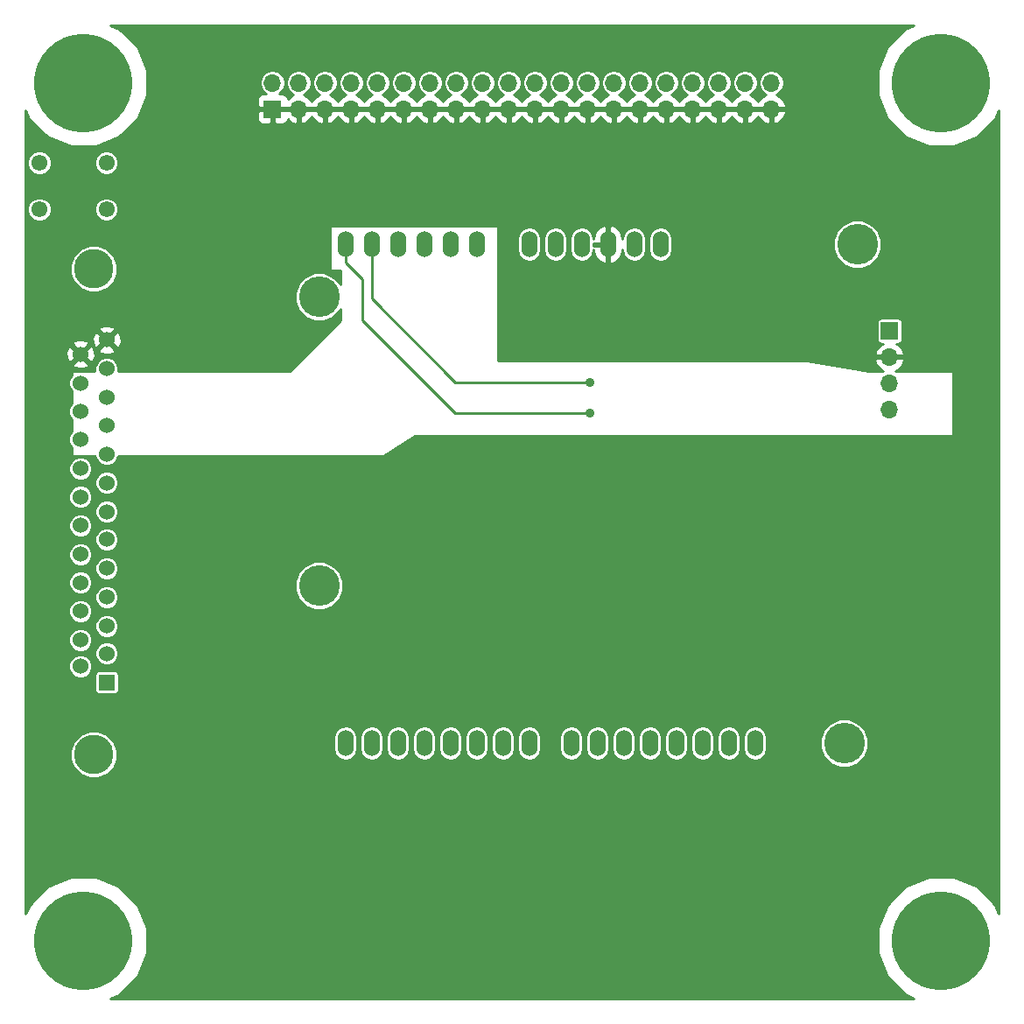
<source format=gbr>
G04 #@! TF.FileFunction,Copper,L1,Top,Signal*
%FSLAX46Y46*%
G04 Gerber Fmt 4.6, Leading zero omitted, Abs format (unit mm)*
G04 Created by KiCad (PCBNEW (after 2015-mar-04 BZR unknown)-product) date 2/1/2017 1:29:57 PM*
%MOMM*%
G01*
G04 APERTURE LIST*
%ADD10C,0.150000*%
%ADD11O,1.524000X2.540000*%
%ADD12C,3.937000*%
%ADD13C,3.810000*%
%ADD14R,1.524000X1.524000*%
%ADD15C,1.524000*%
%ADD16R,1.700000X1.700000*%
%ADD17O,1.700000X1.700000*%
%ADD18C,9.525000*%
%ADD19C,1.549400*%
%ADD20C,0.889000*%
%ADD21C,0.254000*%
G04 APERTURE END LIST*
D10*
D11*
X41360000Y-31628000D03*
X43900000Y-31628000D03*
X46440000Y-31628000D03*
X54060000Y-31628000D03*
X51520000Y-31628000D03*
X48980000Y-31628000D03*
X59140000Y-31628000D03*
X61680000Y-31628000D03*
X64220000Y-31628000D03*
X69300000Y-31628000D03*
X71840000Y-31628000D03*
X41360000Y-79888000D03*
X43900000Y-79888000D03*
X46440000Y-79888000D03*
X48980000Y-79888000D03*
X51520000Y-79888000D03*
X54060000Y-79888000D03*
X56600000Y-79888000D03*
X59140000Y-79888000D03*
X63204000Y-79888000D03*
X65744000Y-79888000D03*
X68284000Y-79888000D03*
X70824000Y-79888000D03*
X73364000Y-79888000D03*
X75904000Y-79888000D03*
X78444000Y-79888000D03*
X80984000Y-79888000D03*
X66760000Y-31628000D03*
D12*
X38820000Y-36708000D03*
X38820000Y-64648000D03*
X89620000Y-79888000D03*
X90890000Y-31628000D03*
D13*
X17000000Y-34005000D03*
X17000000Y-80995000D03*
D14*
X18270000Y-74010000D03*
D15*
X18270000Y-71216000D03*
X18270000Y-68549000D03*
X18270000Y-65755000D03*
X18270000Y-62961000D03*
X18270000Y-60167000D03*
X18270000Y-57500000D03*
X18270000Y-54706000D03*
X18270000Y-51912000D03*
X18270000Y-49118000D03*
X18270000Y-46451000D03*
X18270000Y-43657000D03*
X18270000Y-40863000D03*
X15730000Y-72435200D03*
X15730000Y-69895200D03*
X15730000Y-67101200D03*
X15730000Y-64358000D03*
X15730000Y-61614800D03*
X15730000Y-58820800D03*
X15730000Y-56077600D03*
X15730000Y-53334400D03*
X15730000Y-50489600D03*
X15730000Y-47797200D03*
X15730000Y-45054000D03*
X15730000Y-42260000D03*
D16*
X94000000Y-40000000D03*
D17*
X94000000Y-42540000D03*
X94000000Y-45080000D03*
X94000000Y-47620000D03*
D18*
X99000000Y-99000000D03*
X16000000Y-99000000D03*
X99000000Y-16000000D03*
X16000000Y-16000000D03*
D19*
X18251200Y-23749560D03*
X18251200Y-28250440D03*
X11748800Y-23749560D03*
X11748800Y-28250440D03*
D16*
X34290000Y-18542000D03*
D17*
X34290000Y-16002000D03*
X36830000Y-18542000D03*
X36830000Y-16002000D03*
X39370000Y-18542000D03*
X39370000Y-16002000D03*
X41910000Y-18542000D03*
X41910000Y-16002000D03*
X44450000Y-18542000D03*
X44450000Y-16002000D03*
X46990000Y-18542000D03*
X46990000Y-16002000D03*
X49530000Y-18542000D03*
X49530000Y-16002000D03*
X52070000Y-18542000D03*
X52070000Y-16002000D03*
X54610000Y-18542000D03*
X54610000Y-16002000D03*
X57150000Y-18542000D03*
X57150000Y-16002000D03*
X59690000Y-18542000D03*
X59690000Y-16002000D03*
X62230000Y-18542000D03*
X62230000Y-16002000D03*
X64770000Y-18542000D03*
X64770000Y-16002000D03*
X67310000Y-18542000D03*
X67310000Y-16002000D03*
X69850000Y-18542000D03*
X69850000Y-16002000D03*
X72390000Y-18542000D03*
X72390000Y-16002000D03*
X74930000Y-18542000D03*
X74930000Y-16002000D03*
X77470000Y-18542000D03*
X77470000Y-16002000D03*
X80010000Y-18542000D03*
X80010000Y-16002000D03*
X82550000Y-18542000D03*
X82550000Y-16002000D03*
D16*
X76200000Y-91440000D03*
D17*
X73660000Y-91440000D03*
X71120000Y-91440000D03*
X68580000Y-91440000D03*
X66040000Y-91440000D03*
X63500000Y-91440000D03*
D16*
X76200000Y-93980000D03*
D17*
X76200000Y-96520000D03*
X73660000Y-93980000D03*
X73660000Y-96520000D03*
X71120000Y-93980000D03*
X71120000Y-96520000D03*
X68580000Y-93980000D03*
X68580000Y-96520000D03*
X66040000Y-93980000D03*
X66040000Y-96520000D03*
X63500000Y-93980000D03*
X63500000Y-96520000D03*
D16*
X58420000Y-91440000D03*
D17*
X55880000Y-91440000D03*
X53340000Y-91440000D03*
X50800000Y-91440000D03*
X48260000Y-91440000D03*
X45720000Y-91440000D03*
X43180000Y-91440000D03*
X40640000Y-91440000D03*
D16*
X58420000Y-93980000D03*
D17*
X58420000Y-96520000D03*
X55880000Y-93980000D03*
X55880000Y-96520000D03*
X53340000Y-93980000D03*
X53340000Y-96520000D03*
X50800000Y-93980000D03*
X50800000Y-96520000D03*
X48260000Y-93980000D03*
X48260000Y-96520000D03*
X45720000Y-93980000D03*
X45720000Y-96520000D03*
X43180000Y-93980000D03*
X43180000Y-96520000D03*
X40640000Y-93980000D03*
X40640000Y-96520000D03*
D20*
X65000000Y-48000000D03*
X65000000Y-45000000D03*
D21*
X41360000Y-31628000D02*
X41360000Y-33360000D01*
X43000000Y-35000000D02*
X43000000Y-39000000D01*
X41360000Y-33360000D02*
X43000000Y-35000000D01*
X43000000Y-39000000D02*
X52000000Y-48000000D01*
X52000000Y-48000000D02*
X65000000Y-48000000D01*
X43900000Y-36900000D02*
X52000000Y-45000000D01*
X52000000Y-45000000D02*
X65000000Y-45000000D01*
X43900000Y-31628000D02*
X43900000Y-36900000D01*
G36*
X104569000Y-96348473D02*
X104224815Y-95515482D01*
X102493632Y-93781275D01*
X100230575Y-92841571D01*
X100127000Y-92841480D01*
X100127000Y-50127000D01*
X100127000Y-43873000D01*
X94587896Y-43873000D01*
X94881358Y-43735183D01*
X95271645Y-43306924D01*
X95441476Y-42896890D01*
X95441476Y-42183110D01*
X95271645Y-41773076D01*
X94881358Y-41344817D01*
X94654894Y-41238464D01*
X94850000Y-41238464D01*
X94995274Y-41210278D01*
X95122956Y-41126404D01*
X95208426Y-40999784D01*
X95238464Y-40850000D01*
X95238464Y-39150000D01*
X95210278Y-39004726D01*
X95126404Y-38877044D01*
X94999784Y-38791574D01*
X94850000Y-38761536D01*
X93239907Y-38761536D01*
X93239907Y-31162706D01*
X92882970Y-30298854D01*
X92222622Y-29637353D01*
X91359395Y-29278909D01*
X90424706Y-29278093D01*
X89560854Y-29635030D01*
X88899353Y-30295378D01*
X88540909Y-31158605D01*
X88540093Y-32093294D01*
X88897030Y-32957146D01*
X89557378Y-33618647D01*
X90420605Y-33977091D01*
X91355294Y-33977907D01*
X92219146Y-33620970D01*
X92880647Y-32960622D01*
X93239091Y-32097395D01*
X93239907Y-31162706D01*
X93239907Y-38761536D01*
X93150000Y-38761536D01*
X93004726Y-38789722D01*
X92877044Y-38873596D01*
X92791574Y-39000216D01*
X92761536Y-39150000D01*
X92761536Y-40850000D01*
X92789722Y-40995274D01*
X92873596Y-41122956D01*
X93000216Y-41208426D01*
X93150000Y-41238464D01*
X93345105Y-41238464D01*
X93118642Y-41344817D01*
X92728355Y-41773076D01*
X92558524Y-42183110D01*
X92679845Y-42413000D01*
X93873000Y-42413000D01*
X93873000Y-42393000D01*
X94127000Y-42393000D01*
X94127000Y-42413000D01*
X95320155Y-42413000D01*
X95441476Y-42183110D01*
X95441476Y-42896890D01*
X95320155Y-42667000D01*
X94127000Y-42667000D01*
X94127000Y-42687000D01*
X93873000Y-42687000D01*
X93873000Y-42667000D01*
X92679845Y-42667000D01*
X92558524Y-42896890D01*
X92728355Y-43306924D01*
X93118642Y-43735183D01*
X93412103Y-43873000D01*
X92010511Y-43873000D01*
X86010511Y-42873000D01*
X83991486Y-42873000D01*
X83991486Y-18898892D01*
X83991486Y-18185108D01*
X83745183Y-17660642D01*
X83316924Y-17270355D01*
X83035488Y-17153787D01*
X83420448Y-16896565D01*
X83687296Y-16497200D01*
X83781000Y-16026117D01*
X83781000Y-15977883D01*
X83687296Y-15506800D01*
X83420448Y-15107435D01*
X83021083Y-14840587D01*
X82550000Y-14746883D01*
X82078917Y-14840587D01*
X81679552Y-15107435D01*
X81412704Y-15506800D01*
X81319000Y-15977883D01*
X81319000Y-16026117D01*
X81412704Y-16497200D01*
X81679552Y-16896565D01*
X82064511Y-17153787D01*
X81783076Y-17270355D01*
X81354817Y-17660642D01*
X81280000Y-17819953D01*
X81205183Y-17660642D01*
X80776924Y-17270355D01*
X80495488Y-17153787D01*
X80880448Y-16896565D01*
X81147296Y-16497200D01*
X81241000Y-16026117D01*
X81241000Y-15977883D01*
X81147296Y-15506800D01*
X80880448Y-15107435D01*
X80481083Y-14840587D01*
X80010000Y-14746883D01*
X79538917Y-14840587D01*
X79139552Y-15107435D01*
X78872704Y-15506800D01*
X78779000Y-15977883D01*
X78779000Y-16026117D01*
X78872704Y-16497200D01*
X79139552Y-16896565D01*
X79524511Y-17153787D01*
X79243076Y-17270355D01*
X78814817Y-17660642D01*
X78740000Y-17819953D01*
X78665183Y-17660642D01*
X78236924Y-17270355D01*
X77955488Y-17153787D01*
X78340448Y-16896565D01*
X78607296Y-16497200D01*
X78701000Y-16026117D01*
X78701000Y-15977883D01*
X78607296Y-15506800D01*
X78340448Y-15107435D01*
X77941083Y-14840587D01*
X77470000Y-14746883D01*
X76998917Y-14840587D01*
X76599552Y-15107435D01*
X76332704Y-15506800D01*
X76239000Y-15977883D01*
X76239000Y-16026117D01*
X76332704Y-16497200D01*
X76599552Y-16896565D01*
X76984511Y-17153787D01*
X76703076Y-17270355D01*
X76274817Y-17660642D01*
X76200000Y-17819953D01*
X76125183Y-17660642D01*
X75696924Y-17270355D01*
X75415488Y-17153787D01*
X75800448Y-16896565D01*
X76067296Y-16497200D01*
X76161000Y-16026117D01*
X76161000Y-15977883D01*
X76067296Y-15506800D01*
X75800448Y-15107435D01*
X75401083Y-14840587D01*
X74930000Y-14746883D01*
X74458917Y-14840587D01*
X74059552Y-15107435D01*
X73792704Y-15506800D01*
X73699000Y-15977883D01*
X73699000Y-16026117D01*
X73792704Y-16497200D01*
X74059552Y-16896565D01*
X74444511Y-17153787D01*
X74163076Y-17270355D01*
X73734817Y-17660642D01*
X73660000Y-17819953D01*
X73585183Y-17660642D01*
X73156924Y-17270355D01*
X72875488Y-17153787D01*
X73260448Y-16896565D01*
X73527296Y-16497200D01*
X73621000Y-16026117D01*
X73621000Y-15977883D01*
X73527296Y-15506800D01*
X73260448Y-15107435D01*
X72861083Y-14840587D01*
X72390000Y-14746883D01*
X71918917Y-14840587D01*
X71519552Y-15107435D01*
X71252704Y-15506800D01*
X71159000Y-15977883D01*
X71159000Y-16026117D01*
X71252704Y-16497200D01*
X71519552Y-16896565D01*
X71904511Y-17153787D01*
X71623076Y-17270355D01*
X71194817Y-17660642D01*
X71120000Y-17819953D01*
X71045183Y-17660642D01*
X70616924Y-17270355D01*
X70335488Y-17153787D01*
X70720448Y-16896565D01*
X70987296Y-16497200D01*
X71081000Y-16026117D01*
X71081000Y-15977883D01*
X70987296Y-15506800D01*
X70720448Y-15107435D01*
X70321083Y-14840587D01*
X69850000Y-14746883D01*
X69378917Y-14840587D01*
X68979552Y-15107435D01*
X68712704Y-15506800D01*
X68619000Y-15977883D01*
X68619000Y-16026117D01*
X68712704Y-16497200D01*
X68979552Y-16896565D01*
X69364511Y-17153787D01*
X69083076Y-17270355D01*
X68654817Y-17660642D01*
X68580000Y-17819953D01*
X68505183Y-17660642D01*
X68076924Y-17270355D01*
X67795488Y-17153787D01*
X68180448Y-16896565D01*
X68447296Y-16497200D01*
X68541000Y-16026117D01*
X68541000Y-15977883D01*
X68447296Y-15506800D01*
X68180448Y-15107435D01*
X67781083Y-14840587D01*
X67310000Y-14746883D01*
X66838917Y-14840587D01*
X66439552Y-15107435D01*
X66172704Y-15506800D01*
X66079000Y-15977883D01*
X66079000Y-16026117D01*
X66172704Y-16497200D01*
X66439552Y-16896565D01*
X66824511Y-17153787D01*
X66543076Y-17270355D01*
X66114817Y-17660642D01*
X66040000Y-17819953D01*
X65965183Y-17660642D01*
X65536924Y-17270355D01*
X65255488Y-17153787D01*
X65640448Y-16896565D01*
X65907296Y-16497200D01*
X66001000Y-16026117D01*
X66001000Y-15977883D01*
X65907296Y-15506800D01*
X65640448Y-15107435D01*
X65241083Y-14840587D01*
X64770000Y-14746883D01*
X64298917Y-14840587D01*
X63899552Y-15107435D01*
X63632704Y-15506800D01*
X63539000Y-15977883D01*
X63539000Y-16026117D01*
X63632704Y-16497200D01*
X63899552Y-16896565D01*
X64284511Y-17153787D01*
X64003076Y-17270355D01*
X63574817Y-17660642D01*
X63500000Y-17819953D01*
X63425183Y-17660642D01*
X62996924Y-17270355D01*
X62715488Y-17153787D01*
X63100448Y-16896565D01*
X63367296Y-16497200D01*
X63461000Y-16026117D01*
X63461000Y-15977883D01*
X63367296Y-15506800D01*
X63100448Y-15107435D01*
X62701083Y-14840587D01*
X62230000Y-14746883D01*
X61758917Y-14840587D01*
X61359552Y-15107435D01*
X61092704Y-15506800D01*
X60999000Y-15977883D01*
X60999000Y-16026117D01*
X61092704Y-16497200D01*
X61359552Y-16896565D01*
X61744511Y-17153787D01*
X61463076Y-17270355D01*
X61034817Y-17660642D01*
X60960000Y-17819953D01*
X60885183Y-17660642D01*
X60456924Y-17270355D01*
X60175488Y-17153787D01*
X60560448Y-16896565D01*
X60827296Y-16497200D01*
X60921000Y-16026117D01*
X60921000Y-15977883D01*
X60827296Y-15506800D01*
X60560448Y-15107435D01*
X60161083Y-14840587D01*
X59690000Y-14746883D01*
X59218917Y-14840587D01*
X58819552Y-15107435D01*
X58552704Y-15506800D01*
X58459000Y-15977883D01*
X58459000Y-16026117D01*
X58552704Y-16497200D01*
X58819552Y-16896565D01*
X59204511Y-17153787D01*
X58923076Y-17270355D01*
X58494817Y-17660642D01*
X58420000Y-17819953D01*
X58345183Y-17660642D01*
X57916924Y-17270355D01*
X57635488Y-17153787D01*
X58020448Y-16896565D01*
X58287296Y-16497200D01*
X58381000Y-16026117D01*
X58381000Y-15977883D01*
X58287296Y-15506800D01*
X58020448Y-15107435D01*
X57621083Y-14840587D01*
X57150000Y-14746883D01*
X56678917Y-14840587D01*
X56279552Y-15107435D01*
X56012704Y-15506800D01*
X55919000Y-15977883D01*
X55919000Y-16026117D01*
X56012704Y-16497200D01*
X56279552Y-16896565D01*
X56664511Y-17153787D01*
X56383076Y-17270355D01*
X55954817Y-17660642D01*
X55880000Y-17819953D01*
X55805183Y-17660642D01*
X55376924Y-17270355D01*
X55095488Y-17153787D01*
X55480448Y-16896565D01*
X55747296Y-16497200D01*
X55841000Y-16026117D01*
X55841000Y-15977883D01*
X55747296Y-15506800D01*
X55480448Y-15107435D01*
X55081083Y-14840587D01*
X54610000Y-14746883D01*
X54138917Y-14840587D01*
X53739552Y-15107435D01*
X53472704Y-15506800D01*
X53379000Y-15977883D01*
X53379000Y-16026117D01*
X53472704Y-16497200D01*
X53739552Y-16896565D01*
X54124511Y-17153787D01*
X53843076Y-17270355D01*
X53414817Y-17660642D01*
X53340000Y-17819953D01*
X53265183Y-17660642D01*
X52836924Y-17270355D01*
X52555488Y-17153787D01*
X52940448Y-16896565D01*
X53207296Y-16497200D01*
X53301000Y-16026117D01*
X53301000Y-15977883D01*
X53207296Y-15506800D01*
X52940448Y-15107435D01*
X52541083Y-14840587D01*
X52070000Y-14746883D01*
X51598917Y-14840587D01*
X51199552Y-15107435D01*
X50932704Y-15506800D01*
X50839000Y-15977883D01*
X50839000Y-16026117D01*
X50932704Y-16497200D01*
X51199552Y-16896565D01*
X51584511Y-17153787D01*
X51303076Y-17270355D01*
X50874817Y-17660642D01*
X50800000Y-17819953D01*
X50725183Y-17660642D01*
X50296924Y-17270355D01*
X50015488Y-17153787D01*
X50400448Y-16896565D01*
X50667296Y-16497200D01*
X50761000Y-16026117D01*
X50761000Y-15977883D01*
X50667296Y-15506800D01*
X50400448Y-15107435D01*
X50001083Y-14840587D01*
X49530000Y-14746883D01*
X49058917Y-14840587D01*
X48659552Y-15107435D01*
X48392704Y-15506800D01*
X48299000Y-15977883D01*
X48299000Y-16026117D01*
X48392704Y-16497200D01*
X48659552Y-16896565D01*
X49044511Y-17153787D01*
X48763076Y-17270355D01*
X48334817Y-17660642D01*
X48260000Y-17819953D01*
X48185183Y-17660642D01*
X47756924Y-17270355D01*
X47475488Y-17153787D01*
X47860448Y-16896565D01*
X48127296Y-16497200D01*
X48221000Y-16026117D01*
X48221000Y-15977883D01*
X48127296Y-15506800D01*
X47860448Y-15107435D01*
X47461083Y-14840587D01*
X46990000Y-14746883D01*
X46518917Y-14840587D01*
X46119552Y-15107435D01*
X45852704Y-15506800D01*
X45759000Y-15977883D01*
X45759000Y-16026117D01*
X45852704Y-16497200D01*
X46119552Y-16896565D01*
X46504511Y-17153787D01*
X46223076Y-17270355D01*
X45794817Y-17660642D01*
X45720000Y-17819953D01*
X45645183Y-17660642D01*
X45216924Y-17270355D01*
X44935488Y-17153787D01*
X45320448Y-16896565D01*
X45587296Y-16497200D01*
X45681000Y-16026117D01*
X45681000Y-15977883D01*
X45587296Y-15506800D01*
X45320448Y-15107435D01*
X44921083Y-14840587D01*
X44450000Y-14746883D01*
X43978917Y-14840587D01*
X43579552Y-15107435D01*
X43312704Y-15506800D01*
X43219000Y-15977883D01*
X43219000Y-16026117D01*
X43312704Y-16497200D01*
X43579552Y-16896565D01*
X43964511Y-17153787D01*
X43683076Y-17270355D01*
X43254817Y-17660642D01*
X43180000Y-17819953D01*
X43105183Y-17660642D01*
X42676924Y-17270355D01*
X42395488Y-17153787D01*
X42780448Y-16896565D01*
X43047296Y-16497200D01*
X43141000Y-16026117D01*
X43141000Y-15977883D01*
X43047296Y-15506800D01*
X42780448Y-15107435D01*
X42381083Y-14840587D01*
X41910000Y-14746883D01*
X41438917Y-14840587D01*
X41039552Y-15107435D01*
X40772704Y-15506800D01*
X40679000Y-15977883D01*
X40679000Y-16026117D01*
X40772704Y-16497200D01*
X41039552Y-16896565D01*
X41424511Y-17153787D01*
X41143076Y-17270355D01*
X40714817Y-17660642D01*
X40640000Y-17819953D01*
X40565183Y-17660642D01*
X40136924Y-17270355D01*
X39855488Y-17153787D01*
X40240448Y-16896565D01*
X40507296Y-16497200D01*
X40601000Y-16026117D01*
X40601000Y-15977883D01*
X40507296Y-15506800D01*
X40240448Y-15107435D01*
X39841083Y-14840587D01*
X39370000Y-14746883D01*
X38898917Y-14840587D01*
X38499552Y-15107435D01*
X38232704Y-15506800D01*
X38139000Y-15977883D01*
X38139000Y-16026117D01*
X38232704Y-16497200D01*
X38499552Y-16896565D01*
X38884511Y-17153787D01*
X38603076Y-17270355D01*
X38174817Y-17660642D01*
X38100000Y-17819953D01*
X38025183Y-17660642D01*
X37596924Y-17270355D01*
X37315488Y-17153787D01*
X37700448Y-16896565D01*
X37967296Y-16497200D01*
X38061000Y-16026117D01*
X38061000Y-15977883D01*
X37967296Y-15506800D01*
X37700448Y-15107435D01*
X37301083Y-14840587D01*
X36830000Y-14746883D01*
X36358917Y-14840587D01*
X35959552Y-15107435D01*
X35692704Y-15506800D01*
X35599000Y-15977883D01*
X35599000Y-16026117D01*
X35692704Y-16497200D01*
X35959552Y-16896565D01*
X36344511Y-17153787D01*
X36063076Y-17270355D01*
X35765136Y-17541877D01*
X35678327Y-17332302D01*
X35499699Y-17153673D01*
X35266310Y-17057000D01*
X35013691Y-17057000D01*
X34920340Y-17057000D01*
X35160448Y-16896565D01*
X35427296Y-16497200D01*
X35521000Y-16026117D01*
X35521000Y-15977883D01*
X35427296Y-15506800D01*
X35160448Y-15107435D01*
X34761083Y-14840587D01*
X34290000Y-14746883D01*
X33818917Y-14840587D01*
X33419552Y-15107435D01*
X33152704Y-15506800D01*
X33059000Y-15977883D01*
X33059000Y-16026117D01*
X33152704Y-16497200D01*
X33419552Y-16896565D01*
X33659659Y-17057000D01*
X33566309Y-17057000D01*
X33313690Y-17057000D01*
X33080301Y-17153673D01*
X32901673Y-17332302D01*
X32805000Y-17565691D01*
X32805000Y-18256250D01*
X32963750Y-18415000D01*
X34163000Y-18415000D01*
X34163000Y-18395000D01*
X34417000Y-18395000D01*
X34417000Y-18415000D01*
X35509181Y-18415000D01*
X35616250Y-18415000D01*
X36703000Y-18415000D01*
X36703000Y-18395000D01*
X36957000Y-18395000D01*
X36957000Y-18415000D01*
X38049181Y-18415000D01*
X38150819Y-18415000D01*
X39243000Y-18415000D01*
X39243000Y-18395000D01*
X39497000Y-18395000D01*
X39497000Y-18415000D01*
X40589181Y-18415000D01*
X40690819Y-18415000D01*
X41783000Y-18415000D01*
X41783000Y-18395000D01*
X42037000Y-18395000D01*
X42037000Y-18415000D01*
X43129181Y-18415000D01*
X43230819Y-18415000D01*
X44323000Y-18415000D01*
X44323000Y-18395000D01*
X44577000Y-18395000D01*
X44577000Y-18415000D01*
X45669181Y-18415000D01*
X45770819Y-18415000D01*
X46863000Y-18415000D01*
X46863000Y-18395000D01*
X47117000Y-18395000D01*
X47117000Y-18415000D01*
X48209181Y-18415000D01*
X48310819Y-18415000D01*
X49403000Y-18415000D01*
X49403000Y-18395000D01*
X49657000Y-18395000D01*
X49657000Y-18415000D01*
X50749181Y-18415000D01*
X50850819Y-18415000D01*
X51943000Y-18415000D01*
X51943000Y-18395000D01*
X52197000Y-18395000D01*
X52197000Y-18415000D01*
X53289181Y-18415000D01*
X53390819Y-18415000D01*
X54483000Y-18415000D01*
X54483000Y-18395000D01*
X54737000Y-18395000D01*
X54737000Y-18415000D01*
X55829181Y-18415000D01*
X55930819Y-18415000D01*
X57023000Y-18415000D01*
X57023000Y-18395000D01*
X57277000Y-18395000D01*
X57277000Y-18415000D01*
X58369181Y-18415000D01*
X58470819Y-18415000D01*
X59563000Y-18415000D01*
X59563000Y-18395000D01*
X59817000Y-18395000D01*
X59817000Y-18415000D01*
X60909181Y-18415000D01*
X61010819Y-18415000D01*
X62103000Y-18415000D01*
X62103000Y-18395000D01*
X62357000Y-18395000D01*
X62357000Y-18415000D01*
X63449181Y-18415000D01*
X63550819Y-18415000D01*
X64643000Y-18415000D01*
X64643000Y-18395000D01*
X64897000Y-18395000D01*
X64897000Y-18415000D01*
X65989181Y-18415000D01*
X66090819Y-18415000D01*
X67183000Y-18415000D01*
X67183000Y-18395000D01*
X67437000Y-18395000D01*
X67437000Y-18415000D01*
X68529181Y-18415000D01*
X68630819Y-18415000D01*
X69723000Y-18415000D01*
X69723000Y-18395000D01*
X69977000Y-18395000D01*
X69977000Y-18415000D01*
X71069181Y-18415000D01*
X71170819Y-18415000D01*
X72263000Y-18415000D01*
X72263000Y-18395000D01*
X72517000Y-18395000D01*
X72517000Y-18415000D01*
X73609181Y-18415000D01*
X73710819Y-18415000D01*
X74803000Y-18415000D01*
X74803000Y-18395000D01*
X75057000Y-18395000D01*
X75057000Y-18415000D01*
X76149181Y-18415000D01*
X76250819Y-18415000D01*
X77343000Y-18415000D01*
X77343000Y-18395000D01*
X77597000Y-18395000D01*
X77597000Y-18415000D01*
X78689181Y-18415000D01*
X78790819Y-18415000D01*
X79883000Y-18415000D01*
X79883000Y-18395000D01*
X80137000Y-18395000D01*
X80137000Y-18415000D01*
X81229181Y-18415000D01*
X81330819Y-18415000D01*
X82423000Y-18415000D01*
X82423000Y-18395000D01*
X82677000Y-18395000D01*
X82677000Y-18415000D01*
X83870819Y-18415000D01*
X83991486Y-18185108D01*
X83991486Y-18898892D01*
X83870819Y-18669000D01*
X82677000Y-18669000D01*
X82677000Y-19862155D01*
X82906890Y-19983476D01*
X83316924Y-19813645D01*
X83745183Y-19423358D01*
X83991486Y-18898892D01*
X83991486Y-42873000D01*
X82423000Y-42873000D01*
X82423000Y-19862155D01*
X82423000Y-18669000D01*
X81330819Y-18669000D01*
X81229181Y-18669000D01*
X80137000Y-18669000D01*
X80137000Y-19862155D01*
X80366890Y-19983476D01*
X80776924Y-19813645D01*
X81205183Y-19423358D01*
X81280000Y-19264046D01*
X81354817Y-19423358D01*
X81783076Y-19813645D01*
X82193110Y-19983476D01*
X82423000Y-19862155D01*
X82423000Y-42873000D01*
X79883000Y-42873000D01*
X79883000Y-19862155D01*
X79883000Y-18669000D01*
X78790819Y-18669000D01*
X78689181Y-18669000D01*
X77597000Y-18669000D01*
X77597000Y-19862155D01*
X77826890Y-19983476D01*
X78236924Y-19813645D01*
X78665183Y-19423358D01*
X78740000Y-19264046D01*
X78814817Y-19423358D01*
X79243076Y-19813645D01*
X79653110Y-19983476D01*
X79883000Y-19862155D01*
X79883000Y-42873000D01*
X77343000Y-42873000D01*
X77343000Y-19862155D01*
X77343000Y-18669000D01*
X76250819Y-18669000D01*
X76149181Y-18669000D01*
X75057000Y-18669000D01*
X75057000Y-19862155D01*
X75286890Y-19983476D01*
X75696924Y-19813645D01*
X76125183Y-19423358D01*
X76200000Y-19264046D01*
X76274817Y-19423358D01*
X76703076Y-19813645D01*
X77113110Y-19983476D01*
X77343000Y-19862155D01*
X77343000Y-42873000D01*
X74803000Y-42873000D01*
X74803000Y-19862155D01*
X74803000Y-18669000D01*
X73710819Y-18669000D01*
X73609181Y-18669000D01*
X72517000Y-18669000D01*
X72517000Y-19862155D01*
X72746890Y-19983476D01*
X73156924Y-19813645D01*
X73585183Y-19423358D01*
X73660000Y-19264046D01*
X73734817Y-19423358D01*
X74163076Y-19813645D01*
X74573110Y-19983476D01*
X74803000Y-19862155D01*
X74803000Y-42873000D01*
X72983000Y-42873000D01*
X72983000Y-32168345D01*
X72983000Y-31087655D01*
X72895994Y-30650248D01*
X72648223Y-30279432D01*
X72277407Y-30031661D01*
X72263000Y-30028795D01*
X72263000Y-19862155D01*
X72263000Y-18669000D01*
X71170819Y-18669000D01*
X71069181Y-18669000D01*
X69977000Y-18669000D01*
X69977000Y-19862155D01*
X70206890Y-19983476D01*
X70616924Y-19813645D01*
X71045183Y-19423358D01*
X71120000Y-19264046D01*
X71194817Y-19423358D01*
X71623076Y-19813645D01*
X72033110Y-19983476D01*
X72263000Y-19862155D01*
X72263000Y-30028795D01*
X71840000Y-29944655D01*
X71402593Y-30031661D01*
X71031777Y-30279432D01*
X70784006Y-30650248D01*
X70697000Y-31087655D01*
X70697000Y-32168345D01*
X70784006Y-32605752D01*
X71031777Y-32976568D01*
X71402593Y-33224339D01*
X71840000Y-33311345D01*
X72277407Y-33224339D01*
X72648223Y-32976568D01*
X72895994Y-32605752D01*
X72983000Y-32168345D01*
X72983000Y-42873000D01*
X70443000Y-42873000D01*
X70443000Y-32168345D01*
X70443000Y-31087655D01*
X70355994Y-30650248D01*
X70108223Y-30279432D01*
X69737407Y-30031661D01*
X69723000Y-30028795D01*
X69723000Y-19862155D01*
X69723000Y-18669000D01*
X68630819Y-18669000D01*
X68529181Y-18669000D01*
X67437000Y-18669000D01*
X67437000Y-19862155D01*
X67666890Y-19983476D01*
X68076924Y-19813645D01*
X68505183Y-19423358D01*
X68580000Y-19264046D01*
X68654817Y-19423358D01*
X69083076Y-19813645D01*
X69493110Y-19983476D01*
X69723000Y-19862155D01*
X69723000Y-30028795D01*
X69300000Y-29944655D01*
X68862593Y-30031661D01*
X68491777Y-30279432D01*
X68244006Y-30650248D01*
X68157000Y-31087655D01*
X68157000Y-30993000D01*
X68002059Y-30468059D01*
X67658026Y-30042370D01*
X67183000Y-29783854D01*
X67183000Y-19862155D01*
X67183000Y-18669000D01*
X66090819Y-18669000D01*
X65989181Y-18669000D01*
X64897000Y-18669000D01*
X64897000Y-19862155D01*
X65126890Y-19983476D01*
X65536924Y-19813645D01*
X65965183Y-19423358D01*
X66040000Y-19264046D01*
X66114817Y-19423358D01*
X66543076Y-19813645D01*
X66953110Y-19983476D01*
X67183000Y-19862155D01*
X67183000Y-29783854D01*
X67177277Y-29780740D01*
X67103070Y-29765780D01*
X66887000Y-29888280D01*
X66887000Y-31501000D01*
X66907000Y-31501000D01*
X66907000Y-31755000D01*
X66887000Y-31755000D01*
X66887000Y-33367720D01*
X67103070Y-33490220D01*
X67177277Y-33475260D01*
X67658026Y-33213630D01*
X68002059Y-32787941D01*
X68157000Y-32263000D01*
X68157000Y-32168345D01*
X68244006Y-32605752D01*
X68491777Y-32976568D01*
X68862593Y-33224339D01*
X69300000Y-33311345D01*
X69737407Y-33224339D01*
X70108223Y-32976568D01*
X70355994Y-32605752D01*
X70443000Y-32168345D01*
X70443000Y-42873000D01*
X66633000Y-42873000D01*
X66633000Y-33367720D01*
X66633000Y-31755000D01*
X65363000Y-31755000D01*
X65363000Y-31501000D01*
X66633000Y-31501000D01*
X66633000Y-29888280D01*
X66416930Y-29765780D01*
X66342723Y-29780740D01*
X65861974Y-30042370D01*
X65517941Y-30468059D01*
X65363000Y-30993000D01*
X65363000Y-31087655D01*
X65275994Y-30650248D01*
X65028223Y-30279432D01*
X64657407Y-30031661D01*
X64643000Y-30028795D01*
X64643000Y-19862155D01*
X64643000Y-18669000D01*
X63550819Y-18669000D01*
X63449181Y-18669000D01*
X62357000Y-18669000D01*
X62357000Y-19862155D01*
X62586890Y-19983476D01*
X62996924Y-19813645D01*
X63425183Y-19423358D01*
X63500000Y-19264046D01*
X63574817Y-19423358D01*
X64003076Y-19813645D01*
X64413110Y-19983476D01*
X64643000Y-19862155D01*
X64643000Y-30028795D01*
X64220000Y-29944655D01*
X63782593Y-30031661D01*
X63411777Y-30279432D01*
X63164006Y-30650248D01*
X63077000Y-31087655D01*
X63077000Y-32168345D01*
X63164006Y-32605752D01*
X63411777Y-32976568D01*
X63782593Y-33224339D01*
X64220000Y-33311345D01*
X64657407Y-33224339D01*
X65028223Y-32976568D01*
X65275994Y-32605752D01*
X65363000Y-32168345D01*
X65363000Y-32263000D01*
X65517941Y-32787941D01*
X65861974Y-33213630D01*
X66342723Y-33475260D01*
X66416930Y-33490220D01*
X66633000Y-33367720D01*
X66633000Y-42873000D01*
X62823000Y-42873000D01*
X62823000Y-32168345D01*
X62823000Y-31087655D01*
X62735994Y-30650248D01*
X62488223Y-30279432D01*
X62117407Y-30031661D01*
X62103000Y-30028795D01*
X62103000Y-19862155D01*
X62103000Y-18669000D01*
X61010819Y-18669000D01*
X60909181Y-18669000D01*
X59817000Y-18669000D01*
X59817000Y-19862155D01*
X60046890Y-19983476D01*
X60456924Y-19813645D01*
X60885183Y-19423358D01*
X60960000Y-19264046D01*
X61034817Y-19423358D01*
X61463076Y-19813645D01*
X61873110Y-19983476D01*
X62103000Y-19862155D01*
X62103000Y-30028795D01*
X61680000Y-29944655D01*
X61242593Y-30031661D01*
X60871777Y-30279432D01*
X60624006Y-30650248D01*
X60537000Y-31087655D01*
X60537000Y-32168345D01*
X60624006Y-32605752D01*
X60871777Y-32976568D01*
X61242593Y-33224339D01*
X61680000Y-33311345D01*
X62117407Y-33224339D01*
X62488223Y-32976568D01*
X62735994Y-32605752D01*
X62823000Y-32168345D01*
X62823000Y-42873000D01*
X60283000Y-42873000D01*
X60283000Y-32168345D01*
X60283000Y-31087655D01*
X60195994Y-30650248D01*
X59948223Y-30279432D01*
X59577407Y-30031661D01*
X59563000Y-30028795D01*
X59563000Y-19862155D01*
X59563000Y-18669000D01*
X58470819Y-18669000D01*
X58369181Y-18669000D01*
X57277000Y-18669000D01*
X57277000Y-19862155D01*
X57506890Y-19983476D01*
X57916924Y-19813645D01*
X58345183Y-19423358D01*
X58420000Y-19264046D01*
X58494817Y-19423358D01*
X58923076Y-19813645D01*
X59333110Y-19983476D01*
X59563000Y-19862155D01*
X59563000Y-30028795D01*
X59140000Y-29944655D01*
X58702593Y-30031661D01*
X58331777Y-30279432D01*
X58084006Y-30650248D01*
X57997000Y-31087655D01*
X57997000Y-32168345D01*
X58084006Y-32605752D01*
X58331777Y-32976568D01*
X58702593Y-33224339D01*
X59140000Y-33311345D01*
X59577407Y-33224339D01*
X59948223Y-32976568D01*
X60195994Y-32605752D01*
X60283000Y-32168345D01*
X60283000Y-42873000D01*
X57023000Y-42873000D01*
X57023000Y-19862155D01*
X57023000Y-18669000D01*
X55930819Y-18669000D01*
X55829181Y-18669000D01*
X54737000Y-18669000D01*
X54737000Y-19862155D01*
X54966890Y-19983476D01*
X55376924Y-19813645D01*
X55805183Y-19423358D01*
X55880000Y-19264046D01*
X55954817Y-19423358D01*
X56383076Y-19813645D01*
X56793110Y-19983476D01*
X57023000Y-19862155D01*
X57023000Y-42873000D01*
X56127000Y-42873000D01*
X56127000Y-29873000D01*
X54483000Y-29873000D01*
X54483000Y-19862155D01*
X54483000Y-18669000D01*
X53390819Y-18669000D01*
X53289181Y-18669000D01*
X52197000Y-18669000D01*
X52197000Y-19862155D01*
X52426890Y-19983476D01*
X52836924Y-19813645D01*
X53265183Y-19423358D01*
X53340000Y-19264046D01*
X53414817Y-19423358D01*
X53843076Y-19813645D01*
X54253110Y-19983476D01*
X54483000Y-19862155D01*
X54483000Y-29873000D01*
X51943000Y-29873000D01*
X51943000Y-19862155D01*
X51943000Y-18669000D01*
X50850819Y-18669000D01*
X50749181Y-18669000D01*
X49657000Y-18669000D01*
X49657000Y-19862155D01*
X49886890Y-19983476D01*
X50296924Y-19813645D01*
X50725183Y-19423358D01*
X50800000Y-19264046D01*
X50874817Y-19423358D01*
X51303076Y-19813645D01*
X51713110Y-19983476D01*
X51943000Y-19862155D01*
X51943000Y-29873000D01*
X49403000Y-29873000D01*
X49403000Y-19862155D01*
X49403000Y-18669000D01*
X48310819Y-18669000D01*
X48209181Y-18669000D01*
X47117000Y-18669000D01*
X47117000Y-19862155D01*
X47346890Y-19983476D01*
X47756924Y-19813645D01*
X48185183Y-19423358D01*
X48260000Y-19264046D01*
X48334817Y-19423358D01*
X48763076Y-19813645D01*
X49173110Y-19983476D01*
X49403000Y-19862155D01*
X49403000Y-29873000D01*
X46863000Y-29873000D01*
X46863000Y-19862155D01*
X46863000Y-18669000D01*
X45770819Y-18669000D01*
X45669181Y-18669000D01*
X44577000Y-18669000D01*
X44577000Y-19862155D01*
X44806890Y-19983476D01*
X45216924Y-19813645D01*
X45645183Y-19423358D01*
X45720000Y-19264046D01*
X45794817Y-19423358D01*
X46223076Y-19813645D01*
X46633110Y-19983476D01*
X46863000Y-19862155D01*
X46863000Y-29873000D01*
X44323000Y-29873000D01*
X44323000Y-19862155D01*
X44323000Y-18669000D01*
X43230819Y-18669000D01*
X43129181Y-18669000D01*
X42037000Y-18669000D01*
X42037000Y-19862155D01*
X42266890Y-19983476D01*
X42676924Y-19813645D01*
X43105183Y-19423358D01*
X43180000Y-19264046D01*
X43254817Y-19423358D01*
X43683076Y-19813645D01*
X44093110Y-19983476D01*
X44323000Y-19862155D01*
X44323000Y-29873000D01*
X41783000Y-29873000D01*
X41783000Y-19862155D01*
X41783000Y-18669000D01*
X40690819Y-18669000D01*
X40589181Y-18669000D01*
X39497000Y-18669000D01*
X39497000Y-19862155D01*
X39726890Y-19983476D01*
X40136924Y-19813645D01*
X40565183Y-19423358D01*
X40640000Y-19264046D01*
X40714817Y-19423358D01*
X41143076Y-19813645D01*
X41553110Y-19983476D01*
X41783000Y-19862155D01*
X41783000Y-29873000D01*
X39873000Y-29873000D01*
X39873000Y-34127000D01*
X40873000Y-34127000D01*
X40873000Y-35524137D01*
X40812970Y-35378854D01*
X40152622Y-34717353D01*
X39289395Y-34358909D01*
X39243000Y-34358868D01*
X39243000Y-19862155D01*
X39243000Y-18669000D01*
X38150819Y-18669000D01*
X38049181Y-18669000D01*
X36957000Y-18669000D01*
X36957000Y-19862155D01*
X37186890Y-19983476D01*
X37596924Y-19813645D01*
X38025183Y-19423358D01*
X38100000Y-19264046D01*
X38174817Y-19423358D01*
X38603076Y-19813645D01*
X39013110Y-19983476D01*
X39243000Y-19862155D01*
X39243000Y-34358868D01*
X38354706Y-34358093D01*
X37490854Y-34715030D01*
X36829353Y-35375378D01*
X36703000Y-35679669D01*
X36703000Y-19862155D01*
X36703000Y-18669000D01*
X35616250Y-18669000D01*
X35509181Y-18669000D01*
X34417000Y-18669000D01*
X34417000Y-19868250D01*
X34575750Y-20027000D01*
X35013691Y-20027000D01*
X35266310Y-20027000D01*
X35499699Y-19930327D01*
X35678327Y-19751698D01*
X35765136Y-19542122D01*
X36063076Y-19813645D01*
X36473110Y-19983476D01*
X36703000Y-19862155D01*
X36703000Y-35679669D01*
X36470909Y-36238605D01*
X36470093Y-37173294D01*
X36827030Y-38037146D01*
X37487378Y-38698647D01*
X38350605Y-39057091D01*
X39285294Y-39057907D01*
X40149146Y-38700970D01*
X40810647Y-38040622D01*
X40873000Y-37890459D01*
X40873000Y-38947395D01*
X35947395Y-43873000D01*
X34163000Y-43873000D01*
X34163000Y-19868250D01*
X34163000Y-18669000D01*
X32963750Y-18669000D01*
X32805000Y-18827750D01*
X32805000Y-19518309D01*
X32901673Y-19751698D01*
X33080301Y-19930327D01*
X33313690Y-20027000D01*
X33566309Y-20027000D01*
X34004250Y-20027000D01*
X34163000Y-19868250D01*
X34163000Y-43873000D01*
X19679144Y-43873000D01*
X19679144Y-41070698D01*
X19651362Y-40515632D01*
X19492397Y-40131857D01*
X19407101Y-40107391D01*
X19407101Y-28021566D01*
X19407101Y-23520686D01*
X19231526Y-23095764D01*
X18906706Y-22770376D01*
X18482092Y-22594061D01*
X18022326Y-22593659D01*
X17597404Y-22769234D01*
X17272016Y-23094054D01*
X17095701Y-23518668D01*
X17095299Y-23978434D01*
X17270874Y-24403356D01*
X17595694Y-24728744D01*
X18020308Y-24905059D01*
X18480074Y-24905461D01*
X18904996Y-24729886D01*
X19230384Y-24405066D01*
X19406699Y-23980452D01*
X19407101Y-23520686D01*
X19407101Y-28021566D01*
X19231526Y-27596644D01*
X18906706Y-27271256D01*
X18482092Y-27094941D01*
X18022326Y-27094539D01*
X17597404Y-27270114D01*
X17272016Y-27594934D01*
X17095701Y-28019548D01*
X17095299Y-28479314D01*
X17270874Y-28904236D01*
X17595694Y-29229624D01*
X18020308Y-29405939D01*
X18480074Y-29406341D01*
X18904996Y-29230766D01*
X19230384Y-28905946D01*
X19406699Y-28481332D01*
X19407101Y-28021566D01*
X19407101Y-40107391D01*
X19286396Y-40072770D01*
X19286396Y-33552281D01*
X18939106Y-32711777D01*
X18296605Y-32068154D01*
X17456708Y-31719398D01*
X16547281Y-31718604D01*
X15706777Y-32065894D01*
X15063154Y-32708395D01*
X14714398Y-33548292D01*
X14713604Y-34457719D01*
X15060894Y-35298223D01*
X15703395Y-35941846D01*
X16543292Y-36290602D01*
X17452719Y-36291396D01*
X18293223Y-35944106D01*
X18936846Y-35301605D01*
X19285602Y-34461708D01*
X19286396Y-33552281D01*
X19286396Y-40072770D01*
X19250213Y-40062392D01*
X19070608Y-40241997D01*
X19070608Y-39882787D01*
X19001143Y-39640603D01*
X18477698Y-39453856D01*
X17922632Y-39481638D01*
X17538857Y-39640603D01*
X17469392Y-39882787D01*
X18270000Y-40683395D01*
X19070608Y-39882787D01*
X19070608Y-40241997D01*
X18449605Y-40863000D01*
X19250213Y-41663608D01*
X19492397Y-41594143D01*
X19679144Y-41070698D01*
X19679144Y-43873000D01*
X19412811Y-43873000D01*
X19413198Y-43430641D01*
X19239554Y-43010388D01*
X19070608Y-42841147D01*
X19070608Y-41843213D01*
X18270000Y-41042605D01*
X18090395Y-41222210D01*
X18090395Y-40863000D01*
X17289787Y-40062392D01*
X17047603Y-40131857D01*
X16860856Y-40655302D01*
X16888638Y-41210368D01*
X17047603Y-41594143D01*
X17289787Y-41663608D01*
X18090395Y-40863000D01*
X18090395Y-41222210D01*
X17469392Y-41843213D01*
X17538857Y-42085397D01*
X18062302Y-42272144D01*
X18617368Y-42244362D01*
X19001143Y-42085397D01*
X19070608Y-41843213D01*
X19070608Y-42841147D01*
X18918303Y-42688577D01*
X18498354Y-42514199D01*
X18043641Y-42513802D01*
X17623388Y-42687446D01*
X17301577Y-43008697D01*
X17139144Y-43399879D01*
X17139144Y-42467698D01*
X17111362Y-41912632D01*
X16952397Y-41528857D01*
X16710213Y-41459392D01*
X16530608Y-41638997D01*
X16530608Y-41279787D01*
X16461143Y-41037603D01*
X15937698Y-40850856D01*
X15382632Y-40878638D01*
X14998857Y-41037603D01*
X14929392Y-41279787D01*
X15730000Y-42080395D01*
X16530608Y-41279787D01*
X16530608Y-41638997D01*
X15909605Y-42260000D01*
X16710213Y-43060608D01*
X16952397Y-42991143D01*
X17139144Y-42467698D01*
X17139144Y-43399879D01*
X17127199Y-43428646D01*
X17126811Y-43873000D01*
X16530608Y-43873000D01*
X16530608Y-43240213D01*
X15730000Y-42439605D01*
X15550395Y-42619210D01*
X15550395Y-42260000D01*
X14749787Y-41459392D01*
X14507603Y-41528857D01*
X14320856Y-42052302D01*
X14348638Y-42607368D01*
X14507603Y-42991143D01*
X14749787Y-43060608D01*
X15550395Y-42260000D01*
X15550395Y-42619210D01*
X14929392Y-43240213D01*
X14998857Y-43482397D01*
X15522302Y-43669144D01*
X16077368Y-43641362D01*
X16461143Y-43482397D01*
X16530608Y-43240213D01*
X16530608Y-43873000D01*
X14873000Y-43873000D01*
X14873000Y-44294467D01*
X14761577Y-44405697D01*
X14587199Y-44825646D01*
X14586802Y-45280359D01*
X14760446Y-45700612D01*
X14873000Y-45813362D01*
X14873000Y-47037667D01*
X14761577Y-47148897D01*
X14587199Y-47568846D01*
X14586802Y-48023559D01*
X14760446Y-48443812D01*
X14873000Y-48556562D01*
X14873000Y-49730067D01*
X14761577Y-49841297D01*
X14587199Y-50261246D01*
X14586802Y-50715959D01*
X14760446Y-51136212D01*
X14873000Y-51248962D01*
X14873000Y-52127000D01*
X17126811Y-52127000D01*
X17126802Y-52138359D01*
X17300446Y-52558612D01*
X17621697Y-52880423D01*
X18041646Y-53054801D01*
X18496359Y-53055198D01*
X18916612Y-52881554D01*
X19238423Y-52560303D01*
X19412801Y-52140354D01*
X19412812Y-52127000D01*
X45038453Y-52127000D01*
X48038453Y-50127000D01*
X100127000Y-50127000D01*
X100127000Y-92841480D01*
X97780175Y-92839433D01*
X95515482Y-93775185D01*
X93781275Y-95506368D01*
X92841571Y-97769425D01*
X92839433Y-100219825D01*
X93775185Y-102484518D01*
X95506368Y-104218725D01*
X96349923Y-104569000D01*
X91969907Y-104569000D01*
X91969907Y-79422706D01*
X91612970Y-78558854D01*
X90952622Y-77897353D01*
X90089395Y-77538909D01*
X89154706Y-77538093D01*
X88290854Y-77895030D01*
X87629353Y-78555378D01*
X87270909Y-79418605D01*
X87270093Y-80353294D01*
X87627030Y-81217146D01*
X88287378Y-81878647D01*
X89150605Y-82237091D01*
X90085294Y-82237907D01*
X90949146Y-81880970D01*
X91610647Y-81220622D01*
X91969091Y-80357395D01*
X91969907Y-79422706D01*
X91969907Y-104569000D01*
X82127000Y-104569000D01*
X82127000Y-80428345D01*
X82127000Y-79347655D01*
X82039994Y-78910248D01*
X81792223Y-78539432D01*
X81421407Y-78291661D01*
X80984000Y-78204655D01*
X80546593Y-78291661D01*
X80175777Y-78539432D01*
X79928006Y-78910248D01*
X79841000Y-79347655D01*
X79841000Y-80428345D01*
X79928006Y-80865752D01*
X80175777Y-81236568D01*
X80546593Y-81484339D01*
X80984000Y-81571345D01*
X81421407Y-81484339D01*
X81792223Y-81236568D01*
X82039994Y-80865752D01*
X82127000Y-80428345D01*
X82127000Y-104569000D01*
X79587000Y-104569000D01*
X79587000Y-80428345D01*
X79587000Y-79347655D01*
X79499994Y-78910248D01*
X79252223Y-78539432D01*
X78881407Y-78291661D01*
X78444000Y-78204655D01*
X78006593Y-78291661D01*
X77635777Y-78539432D01*
X77388006Y-78910248D01*
X77301000Y-79347655D01*
X77301000Y-80428345D01*
X77388006Y-80865752D01*
X77635777Y-81236568D01*
X78006593Y-81484339D01*
X78444000Y-81571345D01*
X78881407Y-81484339D01*
X79252223Y-81236568D01*
X79499994Y-80865752D01*
X79587000Y-80428345D01*
X79587000Y-104569000D01*
X77047000Y-104569000D01*
X77047000Y-80428345D01*
X77047000Y-79347655D01*
X76959994Y-78910248D01*
X76712223Y-78539432D01*
X76341407Y-78291661D01*
X75904000Y-78204655D01*
X75466593Y-78291661D01*
X75095777Y-78539432D01*
X74848006Y-78910248D01*
X74761000Y-79347655D01*
X74761000Y-80428345D01*
X74848006Y-80865752D01*
X75095777Y-81236568D01*
X75466593Y-81484339D01*
X75904000Y-81571345D01*
X76341407Y-81484339D01*
X76712223Y-81236568D01*
X76959994Y-80865752D01*
X77047000Y-80428345D01*
X77047000Y-104569000D01*
X74507000Y-104569000D01*
X74507000Y-80428345D01*
X74507000Y-79347655D01*
X74419994Y-78910248D01*
X74172223Y-78539432D01*
X73801407Y-78291661D01*
X73364000Y-78204655D01*
X72926593Y-78291661D01*
X72555777Y-78539432D01*
X72308006Y-78910248D01*
X72221000Y-79347655D01*
X72221000Y-80428345D01*
X72308006Y-80865752D01*
X72555777Y-81236568D01*
X72926593Y-81484339D01*
X73364000Y-81571345D01*
X73801407Y-81484339D01*
X74172223Y-81236568D01*
X74419994Y-80865752D01*
X74507000Y-80428345D01*
X74507000Y-104569000D01*
X71967000Y-104569000D01*
X71967000Y-80428345D01*
X71967000Y-79347655D01*
X71879994Y-78910248D01*
X71632223Y-78539432D01*
X71261407Y-78291661D01*
X70824000Y-78204655D01*
X70386593Y-78291661D01*
X70015777Y-78539432D01*
X69768006Y-78910248D01*
X69681000Y-79347655D01*
X69681000Y-80428345D01*
X69768006Y-80865752D01*
X70015777Y-81236568D01*
X70386593Y-81484339D01*
X70824000Y-81571345D01*
X71261407Y-81484339D01*
X71632223Y-81236568D01*
X71879994Y-80865752D01*
X71967000Y-80428345D01*
X71967000Y-104569000D01*
X69427000Y-104569000D01*
X69427000Y-80428345D01*
X69427000Y-79347655D01*
X69339994Y-78910248D01*
X69092223Y-78539432D01*
X68721407Y-78291661D01*
X68284000Y-78204655D01*
X67846593Y-78291661D01*
X67475777Y-78539432D01*
X67228006Y-78910248D01*
X67141000Y-79347655D01*
X67141000Y-80428345D01*
X67228006Y-80865752D01*
X67475777Y-81236568D01*
X67846593Y-81484339D01*
X68284000Y-81571345D01*
X68721407Y-81484339D01*
X69092223Y-81236568D01*
X69339994Y-80865752D01*
X69427000Y-80428345D01*
X69427000Y-104569000D01*
X66887000Y-104569000D01*
X66887000Y-80428345D01*
X66887000Y-79347655D01*
X66799994Y-78910248D01*
X66552223Y-78539432D01*
X66181407Y-78291661D01*
X65744000Y-78204655D01*
X65306593Y-78291661D01*
X64935777Y-78539432D01*
X64688006Y-78910248D01*
X64601000Y-79347655D01*
X64601000Y-80428345D01*
X64688006Y-80865752D01*
X64935777Y-81236568D01*
X65306593Y-81484339D01*
X65744000Y-81571345D01*
X66181407Y-81484339D01*
X66552223Y-81236568D01*
X66799994Y-80865752D01*
X66887000Y-80428345D01*
X66887000Y-104569000D01*
X64347000Y-104569000D01*
X64347000Y-80428345D01*
X64347000Y-79347655D01*
X64259994Y-78910248D01*
X64012223Y-78539432D01*
X63641407Y-78291661D01*
X63204000Y-78204655D01*
X62766593Y-78291661D01*
X62395777Y-78539432D01*
X62148006Y-78910248D01*
X62061000Y-79347655D01*
X62061000Y-80428345D01*
X62148006Y-80865752D01*
X62395777Y-81236568D01*
X62766593Y-81484339D01*
X63204000Y-81571345D01*
X63641407Y-81484339D01*
X64012223Y-81236568D01*
X64259994Y-80865752D01*
X64347000Y-80428345D01*
X64347000Y-104569000D01*
X60283000Y-104569000D01*
X60283000Y-80428345D01*
X60283000Y-79347655D01*
X60195994Y-78910248D01*
X59948223Y-78539432D01*
X59577407Y-78291661D01*
X59140000Y-78204655D01*
X58702593Y-78291661D01*
X58331777Y-78539432D01*
X58084006Y-78910248D01*
X57997000Y-79347655D01*
X57997000Y-80428345D01*
X58084006Y-80865752D01*
X58331777Y-81236568D01*
X58702593Y-81484339D01*
X59140000Y-81571345D01*
X59577407Y-81484339D01*
X59948223Y-81236568D01*
X60195994Y-80865752D01*
X60283000Y-80428345D01*
X60283000Y-104569000D01*
X57743000Y-104569000D01*
X57743000Y-80428345D01*
X57743000Y-79347655D01*
X57655994Y-78910248D01*
X57408223Y-78539432D01*
X57037407Y-78291661D01*
X56600000Y-78204655D01*
X56162593Y-78291661D01*
X55791777Y-78539432D01*
X55544006Y-78910248D01*
X55457000Y-79347655D01*
X55457000Y-80428345D01*
X55544006Y-80865752D01*
X55791777Y-81236568D01*
X56162593Y-81484339D01*
X56600000Y-81571345D01*
X57037407Y-81484339D01*
X57408223Y-81236568D01*
X57655994Y-80865752D01*
X57743000Y-80428345D01*
X57743000Y-104569000D01*
X55203000Y-104569000D01*
X55203000Y-80428345D01*
X55203000Y-79347655D01*
X55115994Y-78910248D01*
X54868223Y-78539432D01*
X54497407Y-78291661D01*
X54060000Y-78204655D01*
X53622593Y-78291661D01*
X53251777Y-78539432D01*
X53004006Y-78910248D01*
X52917000Y-79347655D01*
X52917000Y-80428345D01*
X53004006Y-80865752D01*
X53251777Y-81236568D01*
X53622593Y-81484339D01*
X54060000Y-81571345D01*
X54497407Y-81484339D01*
X54868223Y-81236568D01*
X55115994Y-80865752D01*
X55203000Y-80428345D01*
X55203000Y-104569000D01*
X52663000Y-104569000D01*
X52663000Y-80428345D01*
X52663000Y-79347655D01*
X52575994Y-78910248D01*
X52328223Y-78539432D01*
X51957407Y-78291661D01*
X51520000Y-78204655D01*
X51082593Y-78291661D01*
X50711777Y-78539432D01*
X50464006Y-78910248D01*
X50377000Y-79347655D01*
X50377000Y-80428345D01*
X50464006Y-80865752D01*
X50711777Y-81236568D01*
X51082593Y-81484339D01*
X51520000Y-81571345D01*
X51957407Y-81484339D01*
X52328223Y-81236568D01*
X52575994Y-80865752D01*
X52663000Y-80428345D01*
X52663000Y-104569000D01*
X50123000Y-104569000D01*
X50123000Y-80428345D01*
X50123000Y-79347655D01*
X50035994Y-78910248D01*
X49788223Y-78539432D01*
X49417407Y-78291661D01*
X48980000Y-78204655D01*
X48542593Y-78291661D01*
X48171777Y-78539432D01*
X47924006Y-78910248D01*
X47837000Y-79347655D01*
X47837000Y-80428345D01*
X47924006Y-80865752D01*
X48171777Y-81236568D01*
X48542593Y-81484339D01*
X48980000Y-81571345D01*
X49417407Y-81484339D01*
X49788223Y-81236568D01*
X50035994Y-80865752D01*
X50123000Y-80428345D01*
X50123000Y-104569000D01*
X47583000Y-104569000D01*
X47583000Y-80428345D01*
X47583000Y-79347655D01*
X47495994Y-78910248D01*
X47248223Y-78539432D01*
X46877407Y-78291661D01*
X46440000Y-78204655D01*
X46002593Y-78291661D01*
X45631777Y-78539432D01*
X45384006Y-78910248D01*
X45297000Y-79347655D01*
X45297000Y-80428345D01*
X45384006Y-80865752D01*
X45631777Y-81236568D01*
X46002593Y-81484339D01*
X46440000Y-81571345D01*
X46877407Y-81484339D01*
X47248223Y-81236568D01*
X47495994Y-80865752D01*
X47583000Y-80428345D01*
X47583000Y-104569000D01*
X45043000Y-104569000D01*
X45043000Y-80428345D01*
X45043000Y-79347655D01*
X44955994Y-78910248D01*
X44708223Y-78539432D01*
X44337407Y-78291661D01*
X43900000Y-78204655D01*
X43462593Y-78291661D01*
X43091777Y-78539432D01*
X42844006Y-78910248D01*
X42757000Y-79347655D01*
X42757000Y-80428345D01*
X42844006Y-80865752D01*
X43091777Y-81236568D01*
X43462593Y-81484339D01*
X43900000Y-81571345D01*
X44337407Y-81484339D01*
X44708223Y-81236568D01*
X44955994Y-80865752D01*
X45043000Y-80428345D01*
X45043000Y-104569000D01*
X42503000Y-104569000D01*
X42503000Y-80428345D01*
X42503000Y-79347655D01*
X42415994Y-78910248D01*
X42168223Y-78539432D01*
X41797407Y-78291661D01*
X41360000Y-78204655D01*
X41169907Y-78242466D01*
X41169907Y-64182706D01*
X40812970Y-63318854D01*
X40152622Y-62657353D01*
X39289395Y-62298909D01*
X38354706Y-62298093D01*
X37490854Y-62655030D01*
X36829353Y-63315378D01*
X36470909Y-64178605D01*
X36470093Y-65113294D01*
X36827030Y-65977146D01*
X37487378Y-66638647D01*
X38350605Y-66997091D01*
X39285294Y-66997907D01*
X40149146Y-66640970D01*
X40810647Y-65980622D01*
X41169091Y-65117395D01*
X41169907Y-64182706D01*
X41169907Y-78242466D01*
X40922593Y-78291661D01*
X40551777Y-78539432D01*
X40304006Y-78910248D01*
X40217000Y-79347655D01*
X40217000Y-80428345D01*
X40304006Y-80865752D01*
X40551777Y-81236568D01*
X40922593Y-81484339D01*
X41360000Y-81571345D01*
X41797407Y-81484339D01*
X42168223Y-81236568D01*
X42415994Y-80865752D01*
X42503000Y-80428345D01*
X42503000Y-104569000D01*
X18651526Y-104569000D01*
X19484518Y-104224815D01*
X21218725Y-102493632D01*
X22158429Y-100230575D01*
X22160567Y-97780175D01*
X21224815Y-95515482D01*
X19493632Y-93781275D01*
X19420464Y-93750892D01*
X19420464Y-74772000D01*
X19420464Y-73248000D01*
X19413198Y-73210550D01*
X19413198Y-70989641D01*
X19413198Y-68322641D01*
X19413198Y-65528641D01*
X19413198Y-62734641D01*
X19413198Y-59940641D01*
X19413198Y-57273641D01*
X19413198Y-54479641D01*
X19239554Y-54059388D01*
X18918303Y-53737577D01*
X18498354Y-53563199D01*
X18043641Y-53562802D01*
X17623388Y-53736446D01*
X17301577Y-54057697D01*
X17127199Y-54477646D01*
X17126802Y-54932359D01*
X17300446Y-55352612D01*
X17621697Y-55674423D01*
X18041646Y-55848801D01*
X18496359Y-55849198D01*
X18916612Y-55675554D01*
X19238423Y-55354303D01*
X19412801Y-54934354D01*
X19413198Y-54479641D01*
X19413198Y-57273641D01*
X19239554Y-56853388D01*
X18918303Y-56531577D01*
X18498354Y-56357199D01*
X18043641Y-56356802D01*
X17623388Y-56530446D01*
X17301577Y-56851697D01*
X17127199Y-57271646D01*
X17126802Y-57726359D01*
X17300446Y-58146612D01*
X17621697Y-58468423D01*
X18041646Y-58642801D01*
X18496359Y-58643198D01*
X18916612Y-58469554D01*
X19238423Y-58148303D01*
X19412801Y-57728354D01*
X19413198Y-57273641D01*
X19413198Y-59940641D01*
X19239554Y-59520388D01*
X18918303Y-59198577D01*
X18498354Y-59024199D01*
X18043641Y-59023802D01*
X17623388Y-59197446D01*
X17301577Y-59518697D01*
X17127199Y-59938646D01*
X17126802Y-60393359D01*
X17300446Y-60813612D01*
X17621697Y-61135423D01*
X18041646Y-61309801D01*
X18496359Y-61310198D01*
X18916612Y-61136554D01*
X19238423Y-60815303D01*
X19412801Y-60395354D01*
X19413198Y-59940641D01*
X19413198Y-62734641D01*
X19239554Y-62314388D01*
X18918303Y-61992577D01*
X18498354Y-61818199D01*
X18043641Y-61817802D01*
X17623388Y-61991446D01*
X17301577Y-62312697D01*
X17127199Y-62732646D01*
X17126802Y-63187359D01*
X17300446Y-63607612D01*
X17621697Y-63929423D01*
X18041646Y-64103801D01*
X18496359Y-64104198D01*
X18916612Y-63930554D01*
X19238423Y-63609303D01*
X19412801Y-63189354D01*
X19413198Y-62734641D01*
X19413198Y-65528641D01*
X19239554Y-65108388D01*
X18918303Y-64786577D01*
X18498354Y-64612199D01*
X18043641Y-64611802D01*
X17623388Y-64785446D01*
X17301577Y-65106697D01*
X17127199Y-65526646D01*
X17126802Y-65981359D01*
X17300446Y-66401612D01*
X17621697Y-66723423D01*
X18041646Y-66897801D01*
X18496359Y-66898198D01*
X18916612Y-66724554D01*
X19238423Y-66403303D01*
X19412801Y-65983354D01*
X19413198Y-65528641D01*
X19413198Y-68322641D01*
X19239554Y-67902388D01*
X18918303Y-67580577D01*
X18498354Y-67406199D01*
X18043641Y-67405802D01*
X17623388Y-67579446D01*
X17301577Y-67900697D01*
X17127199Y-68320646D01*
X17126802Y-68775359D01*
X17300446Y-69195612D01*
X17621697Y-69517423D01*
X18041646Y-69691801D01*
X18496359Y-69692198D01*
X18916612Y-69518554D01*
X19238423Y-69197303D01*
X19412801Y-68777354D01*
X19413198Y-68322641D01*
X19413198Y-70989641D01*
X19239554Y-70569388D01*
X18918303Y-70247577D01*
X18498354Y-70073199D01*
X18043641Y-70072802D01*
X17623388Y-70246446D01*
X17301577Y-70567697D01*
X17127199Y-70987646D01*
X17126802Y-71442359D01*
X17300446Y-71862612D01*
X17621697Y-72184423D01*
X18041646Y-72358801D01*
X18496359Y-72359198D01*
X18916612Y-72185554D01*
X19238423Y-71864303D01*
X19412801Y-71444354D01*
X19413198Y-70989641D01*
X19413198Y-73210550D01*
X19392278Y-73102726D01*
X19308404Y-72975044D01*
X19181784Y-72889574D01*
X19032000Y-72859536D01*
X17508000Y-72859536D01*
X17362726Y-72887722D01*
X17235044Y-72971596D01*
X17149574Y-73098216D01*
X17119536Y-73248000D01*
X17119536Y-74772000D01*
X17147722Y-74917274D01*
X17231596Y-75044956D01*
X17358216Y-75130426D01*
X17508000Y-75160464D01*
X19032000Y-75160464D01*
X19177274Y-75132278D01*
X19304956Y-75048404D01*
X19390426Y-74921784D01*
X19420464Y-74772000D01*
X19420464Y-93750892D01*
X19286396Y-93695223D01*
X19286396Y-80542281D01*
X18939106Y-79701777D01*
X18296605Y-79058154D01*
X17456708Y-78709398D01*
X16873198Y-78708888D01*
X16873198Y-72208841D01*
X16873198Y-69668841D01*
X16873198Y-66874841D01*
X16873198Y-64131641D01*
X16873198Y-61388441D01*
X16873198Y-58594441D01*
X16873198Y-55851241D01*
X16873198Y-53108041D01*
X16699554Y-52687788D01*
X16378303Y-52365977D01*
X15958354Y-52191599D01*
X15503641Y-52191202D01*
X15083388Y-52364846D01*
X14761577Y-52686097D01*
X14587199Y-53106046D01*
X14586802Y-53560759D01*
X14760446Y-53981012D01*
X15081697Y-54302823D01*
X15501646Y-54477201D01*
X15956359Y-54477598D01*
X16376612Y-54303954D01*
X16698423Y-53982703D01*
X16872801Y-53562754D01*
X16873198Y-53108041D01*
X16873198Y-55851241D01*
X16699554Y-55430988D01*
X16378303Y-55109177D01*
X15958354Y-54934799D01*
X15503641Y-54934402D01*
X15083388Y-55108046D01*
X14761577Y-55429297D01*
X14587199Y-55849246D01*
X14586802Y-56303959D01*
X14760446Y-56724212D01*
X15081697Y-57046023D01*
X15501646Y-57220401D01*
X15956359Y-57220798D01*
X16376612Y-57047154D01*
X16698423Y-56725903D01*
X16872801Y-56305954D01*
X16873198Y-55851241D01*
X16873198Y-58594441D01*
X16699554Y-58174188D01*
X16378303Y-57852377D01*
X15958354Y-57677999D01*
X15503641Y-57677602D01*
X15083388Y-57851246D01*
X14761577Y-58172497D01*
X14587199Y-58592446D01*
X14586802Y-59047159D01*
X14760446Y-59467412D01*
X15081697Y-59789223D01*
X15501646Y-59963601D01*
X15956359Y-59963998D01*
X16376612Y-59790354D01*
X16698423Y-59469103D01*
X16872801Y-59049154D01*
X16873198Y-58594441D01*
X16873198Y-61388441D01*
X16699554Y-60968188D01*
X16378303Y-60646377D01*
X15958354Y-60471999D01*
X15503641Y-60471602D01*
X15083388Y-60645246D01*
X14761577Y-60966497D01*
X14587199Y-61386446D01*
X14586802Y-61841159D01*
X14760446Y-62261412D01*
X15081697Y-62583223D01*
X15501646Y-62757601D01*
X15956359Y-62757998D01*
X16376612Y-62584354D01*
X16698423Y-62263103D01*
X16872801Y-61843154D01*
X16873198Y-61388441D01*
X16873198Y-64131641D01*
X16699554Y-63711388D01*
X16378303Y-63389577D01*
X15958354Y-63215199D01*
X15503641Y-63214802D01*
X15083388Y-63388446D01*
X14761577Y-63709697D01*
X14587199Y-64129646D01*
X14586802Y-64584359D01*
X14760446Y-65004612D01*
X15081697Y-65326423D01*
X15501646Y-65500801D01*
X15956359Y-65501198D01*
X16376612Y-65327554D01*
X16698423Y-65006303D01*
X16872801Y-64586354D01*
X16873198Y-64131641D01*
X16873198Y-66874841D01*
X16699554Y-66454588D01*
X16378303Y-66132777D01*
X15958354Y-65958399D01*
X15503641Y-65958002D01*
X15083388Y-66131646D01*
X14761577Y-66452897D01*
X14587199Y-66872846D01*
X14586802Y-67327559D01*
X14760446Y-67747812D01*
X15081697Y-68069623D01*
X15501646Y-68244001D01*
X15956359Y-68244398D01*
X16376612Y-68070754D01*
X16698423Y-67749503D01*
X16872801Y-67329554D01*
X16873198Y-66874841D01*
X16873198Y-69668841D01*
X16699554Y-69248588D01*
X16378303Y-68926777D01*
X15958354Y-68752399D01*
X15503641Y-68752002D01*
X15083388Y-68925646D01*
X14761577Y-69246897D01*
X14587199Y-69666846D01*
X14586802Y-70121559D01*
X14760446Y-70541812D01*
X15081697Y-70863623D01*
X15501646Y-71038001D01*
X15956359Y-71038398D01*
X16376612Y-70864754D01*
X16698423Y-70543503D01*
X16872801Y-70123554D01*
X16873198Y-69668841D01*
X16873198Y-72208841D01*
X16699554Y-71788588D01*
X16378303Y-71466777D01*
X15958354Y-71292399D01*
X15503641Y-71292002D01*
X15083388Y-71465646D01*
X14761577Y-71786897D01*
X14587199Y-72206846D01*
X14586802Y-72661559D01*
X14760446Y-73081812D01*
X15081697Y-73403623D01*
X15501646Y-73578001D01*
X15956359Y-73578398D01*
X16376612Y-73404754D01*
X16698423Y-73083503D01*
X16872801Y-72663554D01*
X16873198Y-72208841D01*
X16873198Y-78708888D01*
X16547281Y-78708604D01*
X15706777Y-79055894D01*
X15063154Y-79698395D01*
X14714398Y-80538292D01*
X14713604Y-81447719D01*
X15060894Y-82288223D01*
X15703395Y-82931846D01*
X16543292Y-83280602D01*
X17452719Y-83281396D01*
X18293223Y-82934106D01*
X18936846Y-82291605D01*
X19285602Y-81451708D01*
X19286396Y-80542281D01*
X19286396Y-93695223D01*
X17230575Y-92841571D01*
X14780175Y-92839433D01*
X12904701Y-93614362D01*
X12904701Y-28021566D01*
X12904701Y-23520686D01*
X12729126Y-23095764D01*
X12404306Y-22770376D01*
X11979692Y-22594061D01*
X11519926Y-22593659D01*
X11095004Y-22769234D01*
X10769616Y-23094054D01*
X10593301Y-23518668D01*
X10592899Y-23978434D01*
X10768474Y-24403356D01*
X11093294Y-24728744D01*
X11517908Y-24905059D01*
X11977674Y-24905461D01*
X12402596Y-24729886D01*
X12727984Y-24405066D01*
X12904299Y-23980452D01*
X12904701Y-23520686D01*
X12904701Y-28021566D01*
X12729126Y-27596644D01*
X12404306Y-27271256D01*
X11979692Y-27094941D01*
X11519926Y-27094539D01*
X11095004Y-27270114D01*
X10769616Y-27594934D01*
X10593301Y-28019548D01*
X10592899Y-28479314D01*
X10768474Y-28904236D01*
X11093294Y-29229624D01*
X11517908Y-29405939D01*
X11977674Y-29406341D01*
X12402596Y-29230766D01*
X12727984Y-28905946D01*
X12904299Y-28481332D01*
X12904701Y-28021566D01*
X12904701Y-93614362D01*
X12515482Y-93775185D01*
X10781275Y-95506368D01*
X10431000Y-96349923D01*
X10431000Y-18651526D01*
X10775185Y-19484518D01*
X12506368Y-21218725D01*
X14769425Y-22158429D01*
X17219825Y-22160567D01*
X19484518Y-21224815D01*
X21218725Y-19493632D01*
X22158429Y-17230575D01*
X22160567Y-14780175D01*
X21224815Y-12515482D01*
X19493632Y-10781275D01*
X18650076Y-10431000D01*
X96348473Y-10431000D01*
X95515482Y-10775185D01*
X93781275Y-12506368D01*
X92841571Y-14769425D01*
X92839433Y-17219825D01*
X93775185Y-19484518D01*
X95506368Y-21218725D01*
X97769425Y-22158429D01*
X100219825Y-22160567D01*
X102484518Y-21224815D01*
X104218725Y-19493632D01*
X104569000Y-18650076D01*
X104569000Y-96348473D01*
X104569000Y-96348473D01*
G37*
X104569000Y-96348473D02*
X104224815Y-95515482D01*
X102493632Y-93781275D01*
X100230575Y-92841571D01*
X100127000Y-92841480D01*
X100127000Y-50127000D01*
X100127000Y-43873000D01*
X94587896Y-43873000D01*
X94881358Y-43735183D01*
X95271645Y-43306924D01*
X95441476Y-42896890D01*
X95441476Y-42183110D01*
X95271645Y-41773076D01*
X94881358Y-41344817D01*
X94654894Y-41238464D01*
X94850000Y-41238464D01*
X94995274Y-41210278D01*
X95122956Y-41126404D01*
X95208426Y-40999784D01*
X95238464Y-40850000D01*
X95238464Y-39150000D01*
X95210278Y-39004726D01*
X95126404Y-38877044D01*
X94999784Y-38791574D01*
X94850000Y-38761536D01*
X93239907Y-38761536D01*
X93239907Y-31162706D01*
X92882970Y-30298854D01*
X92222622Y-29637353D01*
X91359395Y-29278909D01*
X90424706Y-29278093D01*
X89560854Y-29635030D01*
X88899353Y-30295378D01*
X88540909Y-31158605D01*
X88540093Y-32093294D01*
X88897030Y-32957146D01*
X89557378Y-33618647D01*
X90420605Y-33977091D01*
X91355294Y-33977907D01*
X92219146Y-33620970D01*
X92880647Y-32960622D01*
X93239091Y-32097395D01*
X93239907Y-31162706D01*
X93239907Y-38761536D01*
X93150000Y-38761536D01*
X93004726Y-38789722D01*
X92877044Y-38873596D01*
X92791574Y-39000216D01*
X92761536Y-39150000D01*
X92761536Y-40850000D01*
X92789722Y-40995274D01*
X92873596Y-41122956D01*
X93000216Y-41208426D01*
X93150000Y-41238464D01*
X93345105Y-41238464D01*
X93118642Y-41344817D01*
X92728355Y-41773076D01*
X92558524Y-42183110D01*
X92679845Y-42413000D01*
X93873000Y-42413000D01*
X93873000Y-42393000D01*
X94127000Y-42393000D01*
X94127000Y-42413000D01*
X95320155Y-42413000D01*
X95441476Y-42183110D01*
X95441476Y-42896890D01*
X95320155Y-42667000D01*
X94127000Y-42667000D01*
X94127000Y-42687000D01*
X93873000Y-42687000D01*
X93873000Y-42667000D01*
X92679845Y-42667000D01*
X92558524Y-42896890D01*
X92728355Y-43306924D01*
X93118642Y-43735183D01*
X93412103Y-43873000D01*
X92010511Y-43873000D01*
X86010511Y-42873000D01*
X83991486Y-42873000D01*
X83991486Y-18898892D01*
X83991486Y-18185108D01*
X83745183Y-17660642D01*
X83316924Y-17270355D01*
X83035488Y-17153787D01*
X83420448Y-16896565D01*
X83687296Y-16497200D01*
X83781000Y-16026117D01*
X83781000Y-15977883D01*
X83687296Y-15506800D01*
X83420448Y-15107435D01*
X83021083Y-14840587D01*
X82550000Y-14746883D01*
X82078917Y-14840587D01*
X81679552Y-15107435D01*
X81412704Y-15506800D01*
X81319000Y-15977883D01*
X81319000Y-16026117D01*
X81412704Y-16497200D01*
X81679552Y-16896565D01*
X82064511Y-17153787D01*
X81783076Y-17270355D01*
X81354817Y-17660642D01*
X81280000Y-17819953D01*
X81205183Y-17660642D01*
X80776924Y-17270355D01*
X80495488Y-17153787D01*
X80880448Y-16896565D01*
X81147296Y-16497200D01*
X81241000Y-16026117D01*
X81241000Y-15977883D01*
X81147296Y-15506800D01*
X80880448Y-15107435D01*
X80481083Y-14840587D01*
X80010000Y-14746883D01*
X79538917Y-14840587D01*
X79139552Y-15107435D01*
X78872704Y-15506800D01*
X78779000Y-15977883D01*
X78779000Y-16026117D01*
X78872704Y-16497200D01*
X79139552Y-16896565D01*
X79524511Y-17153787D01*
X79243076Y-17270355D01*
X78814817Y-17660642D01*
X78740000Y-17819953D01*
X78665183Y-17660642D01*
X78236924Y-17270355D01*
X77955488Y-17153787D01*
X78340448Y-16896565D01*
X78607296Y-16497200D01*
X78701000Y-16026117D01*
X78701000Y-15977883D01*
X78607296Y-15506800D01*
X78340448Y-15107435D01*
X77941083Y-14840587D01*
X77470000Y-14746883D01*
X76998917Y-14840587D01*
X76599552Y-15107435D01*
X76332704Y-15506800D01*
X76239000Y-15977883D01*
X76239000Y-16026117D01*
X76332704Y-16497200D01*
X76599552Y-16896565D01*
X76984511Y-17153787D01*
X76703076Y-17270355D01*
X76274817Y-17660642D01*
X76200000Y-17819953D01*
X76125183Y-17660642D01*
X75696924Y-17270355D01*
X75415488Y-17153787D01*
X75800448Y-16896565D01*
X76067296Y-16497200D01*
X76161000Y-16026117D01*
X76161000Y-15977883D01*
X76067296Y-15506800D01*
X75800448Y-15107435D01*
X75401083Y-14840587D01*
X74930000Y-14746883D01*
X74458917Y-14840587D01*
X74059552Y-15107435D01*
X73792704Y-15506800D01*
X73699000Y-15977883D01*
X73699000Y-16026117D01*
X73792704Y-16497200D01*
X74059552Y-16896565D01*
X74444511Y-17153787D01*
X74163076Y-17270355D01*
X73734817Y-17660642D01*
X73660000Y-17819953D01*
X73585183Y-17660642D01*
X73156924Y-17270355D01*
X72875488Y-17153787D01*
X73260448Y-16896565D01*
X73527296Y-16497200D01*
X73621000Y-16026117D01*
X73621000Y-15977883D01*
X73527296Y-15506800D01*
X73260448Y-15107435D01*
X72861083Y-14840587D01*
X72390000Y-14746883D01*
X71918917Y-14840587D01*
X71519552Y-15107435D01*
X71252704Y-15506800D01*
X71159000Y-15977883D01*
X71159000Y-16026117D01*
X71252704Y-16497200D01*
X71519552Y-16896565D01*
X71904511Y-17153787D01*
X71623076Y-17270355D01*
X71194817Y-17660642D01*
X71120000Y-17819953D01*
X71045183Y-17660642D01*
X70616924Y-17270355D01*
X70335488Y-17153787D01*
X70720448Y-16896565D01*
X70987296Y-16497200D01*
X71081000Y-16026117D01*
X71081000Y-15977883D01*
X70987296Y-15506800D01*
X70720448Y-15107435D01*
X70321083Y-14840587D01*
X69850000Y-14746883D01*
X69378917Y-14840587D01*
X68979552Y-15107435D01*
X68712704Y-15506800D01*
X68619000Y-15977883D01*
X68619000Y-16026117D01*
X68712704Y-16497200D01*
X68979552Y-16896565D01*
X69364511Y-17153787D01*
X69083076Y-17270355D01*
X68654817Y-17660642D01*
X68580000Y-17819953D01*
X68505183Y-17660642D01*
X68076924Y-17270355D01*
X67795488Y-17153787D01*
X68180448Y-16896565D01*
X68447296Y-16497200D01*
X68541000Y-16026117D01*
X68541000Y-15977883D01*
X68447296Y-15506800D01*
X68180448Y-15107435D01*
X67781083Y-14840587D01*
X67310000Y-14746883D01*
X66838917Y-14840587D01*
X66439552Y-15107435D01*
X66172704Y-15506800D01*
X66079000Y-15977883D01*
X66079000Y-16026117D01*
X66172704Y-16497200D01*
X66439552Y-16896565D01*
X66824511Y-17153787D01*
X66543076Y-17270355D01*
X66114817Y-17660642D01*
X66040000Y-17819953D01*
X65965183Y-17660642D01*
X65536924Y-17270355D01*
X65255488Y-17153787D01*
X65640448Y-16896565D01*
X65907296Y-16497200D01*
X66001000Y-16026117D01*
X66001000Y-15977883D01*
X65907296Y-15506800D01*
X65640448Y-15107435D01*
X65241083Y-14840587D01*
X64770000Y-14746883D01*
X64298917Y-14840587D01*
X63899552Y-15107435D01*
X63632704Y-15506800D01*
X63539000Y-15977883D01*
X63539000Y-16026117D01*
X63632704Y-16497200D01*
X63899552Y-16896565D01*
X64284511Y-17153787D01*
X64003076Y-17270355D01*
X63574817Y-17660642D01*
X63500000Y-17819953D01*
X63425183Y-17660642D01*
X62996924Y-17270355D01*
X62715488Y-17153787D01*
X63100448Y-16896565D01*
X63367296Y-16497200D01*
X63461000Y-16026117D01*
X63461000Y-15977883D01*
X63367296Y-15506800D01*
X63100448Y-15107435D01*
X62701083Y-14840587D01*
X62230000Y-14746883D01*
X61758917Y-14840587D01*
X61359552Y-15107435D01*
X61092704Y-15506800D01*
X60999000Y-15977883D01*
X60999000Y-16026117D01*
X61092704Y-16497200D01*
X61359552Y-16896565D01*
X61744511Y-17153787D01*
X61463076Y-17270355D01*
X61034817Y-17660642D01*
X60960000Y-17819953D01*
X60885183Y-17660642D01*
X60456924Y-17270355D01*
X60175488Y-17153787D01*
X60560448Y-16896565D01*
X60827296Y-16497200D01*
X60921000Y-16026117D01*
X60921000Y-15977883D01*
X60827296Y-15506800D01*
X60560448Y-15107435D01*
X60161083Y-14840587D01*
X59690000Y-14746883D01*
X59218917Y-14840587D01*
X58819552Y-15107435D01*
X58552704Y-15506800D01*
X58459000Y-15977883D01*
X58459000Y-16026117D01*
X58552704Y-16497200D01*
X58819552Y-16896565D01*
X59204511Y-17153787D01*
X58923076Y-17270355D01*
X58494817Y-17660642D01*
X58420000Y-17819953D01*
X58345183Y-17660642D01*
X57916924Y-17270355D01*
X57635488Y-17153787D01*
X58020448Y-16896565D01*
X58287296Y-16497200D01*
X58381000Y-16026117D01*
X58381000Y-15977883D01*
X58287296Y-15506800D01*
X58020448Y-15107435D01*
X57621083Y-14840587D01*
X57150000Y-14746883D01*
X56678917Y-14840587D01*
X56279552Y-15107435D01*
X56012704Y-15506800D01*
X55919000Y-15977883D01*
X55919000Y-16026117D01*
X56012704Y-16497200D01*
X56279552Y-16896565D01*
X56664511Y-17153787D01*
X56383076Y-17270355D01*
X55954817Y-17660642D01*
X55880000Y-17819953D01*
X55805183Y-17660642D01*
X55376924Y-17270355D01*
X55095488Y-17153787D01*
X55480448Y-16896565D01*
X55747296Y-16497200D01*
X55841000Y-16026117D01*
X55841000Y-15977883D01*
X55747296Y-15506800D01*
X55480448Y-15107435D01*
X55081083Y-14840587D01*
X54610000Y-14746883D01*
X54138917Y-14840587D01*
X53739552Y-15107435D01*
X53472704Y-15506800D01*
X53379000Y-15977883D01*
X53379000Y-16026117D01*
X53472704Y-16497200D01*
X53739552Y-16896565D01*
X54124511Y-17153787D01*
X53843076Y-17270355D01*
X53414817Y-17660642D01*
X53340000Y-17819953D01*
X53265183Y-17660642D01*
X52836924Y-17270355D01*
X52555488Y-17153787D01*
X52940448Y-16896565D01*
X53207296Y-16497200D01*
X53301000Y-16026117D01*
X53301000Y-15977883D01*
X53207296Y-15506800D01*
X52940448Y-15107435D01*
X52541083Y-14840587D01*
X52070000Y-14746883D01*
X51598917Y-14840587D01*
X51199552Y-15107435D01*
X50932704Y-15506800D01*
X50839000Y-15977883D01*
X50839000Y-16026117D01*
X50932704Y-16497200D01*
X51199552Y-16896565D01*
X51584511Y-17153787D01*
X51303076Y-17270355D01*
X50874817Y-17660642D01*
X50800000Y-17819953D01*
X50725183Y-17660642D01*
X50296924Y-17270355D01*
X50015488Y-17153787D01*
X50400448Y-16896565D01*
X50667296Y-16497200D01*
X50761000Y-16026117D01*
X50761000Y-15977883D01*
X50667296Y-15506800D01*
X50400448Y-15107435D01*
X50001083Y-14840587D01*
X49530000Y-14746883D01*
X49058917Y-14840587D01*
X48659552Y-15107435D01*
X48392704Y-15506800D01*
X48299000Y-15977883D01*
X48299000Y-16026117D01*
X48392704Y-16497200D01*
X48659552Y-16896565D01*
X49044511Y-17153787D01*
X48763076Y-17270355D01*
X48334817Y-17660642D01*
X48260000Y-17819953D01*
X48185183Y-17660642D01*
X47756924Y-17270355D01*
X47475488Y-17153787D01*
X47860448Y-16896565D01*
X48127296Y-16497200D01*
X48221000Y-16026117D01*
X48221000Y-15977883D01*
X48127296Y-15506800D01*
X47860448Y-15107435D01*
X47461083Y-14840587D01*
X46990000Y-14746883D01*
X46518917Y-14840587D01*
X46119552Y-15107435D01*
X45852704Y-15506800D01*
X45759000Y-15977883D01*
X45759000Y-16026117D01*
X45852704Y-16497200D01*
X46119552Y-16896565D01*
X46504511Y-17153787D01*
X46223076Y-17270355D01*
X45794817Y-17660642D01*
X45720000Y-17819953D01*
X45645183Y-17660642D01*
X45216924Y-17270355D01*
X44935488Y-17153787D01*
X45320448Y-16896565D01*
X45587296Y-16497200D01*
X45681000Y-16026117D01*
X45681000Y-15977883D01*
X45587296Y-15506800D01*
X45320448Y-15107435D01*
X44921083Y-14840587D01*
X44450000Y-14746883D01*
X43978917Y-14840587D01*
X43579552Y-15107435D01*
X43312704Y-15506800D01*
X43219000Y-15977883D01*
X43219000Y-16026117D01*
X43312704Y-16497200D01*
X43579552Y-16896565D01*
X43964511Y-17153787D01*
X43683076Y-17270355D01*
X43254817Y-17660642D01*
X43180000Y-17819953D01*
X43105183Y-17660642D01*
X42676924Y-17270355D01*
X42395488Y-17153787D01*
X42780448Y-16896565D01*
X43047296Y-16497200D01*
X43141000Y-16026117D01*
X43141000Y-15977883D01*
X43047296Y-15506800D01*
X42780448Y-15107435D01*
X42381083Y-14840587D01*
X41910000Y-14746883D01*
X41438917Y-14840587D01*
X41039552Y-15107435D01*
X40772704Y-15506800D01*
X40679000Y-15977883D01*
X40679000Y-16026117D01*
X40772704Y-16497200D01*
X41039552Y-16896565D01*
X41424511Y-17153787D01*
X41143076Y-17270355D01*
X40714817Y-17660642D01*
X40640000Y-17819953D01*
X40565183Y-17660642D01*
X40136924Y-17270355D01*
X39855488Y-17153787D01*
X40240448Y-16896565D01*
X40507296Y-16497200D01*
X40601000Y-16026117D01*
X40601000Y-15977883D01*
X40507296Y-15506800D01*
X40240448Y-15107435D01*
X39841083Y-14840587D01*
X39370000Y-14746883D01*
X38898917Y-14840587D01*
X38499552Y-15107435D01*
X38232704Y-15506800D01*
X38139000Y-15977883D01*
X38139000Y-16026117D01*
X38232704Y-16497200D01*
X38499552Y-16896565D01*
X38884511Y-17153787D01*
X38603076Y-17270355D01*
X38174817Y-17660642D01*
X38100000Y-17819953D01*
X38025183Y-17660642D01*
X37596924Y-17270355D01*
X37315488Y-17153787D01*
X37700448Y-16896565D01*
X37967296Y-16497200D01*
X38061000Y-16026117D01*
X38061000Y-15977883D01*
X37967296Y-15506800D01*
X37700448Y-15107435D01*
X37301083Y-14840587D01*
X36830000Y-14746883D01*
X36358917Y-14840587D01*
X35959552Y-15107435D01*
X35692704Y-15506800D01*
X35599000Y-15977883D01*
X35599000Y-16026117D01*
X35692704Y-16497200D01*
X35959552Y-16896565D01*
X36344511Y-17153787D01*
X36063076Y-17270355D01*
X35765136Y-17541877D01*
X35678327Y-17332302D01*
X35499699Y-17153673D01*
X35266310Y-17057000D01*
X35013691Y-17057000D01*
X34920340Y-17057000D01*
X35160448Y-16896565D01*
X35427296Y-16497200D01*
X35521000Y-16026117D01*
X35521000Y-15977883D01*
X35427296Y-15506800D01*
X35160448Y-15107435D01*
X34761083Y-14840587D01*
X34290000Y-14746883D01*
X33818917Y-14840587D01*
X33419552Y-15107435D01*
X33152704Y-15506800D01*
X33059000Y-15977883D01*
X33059000Y-16026117D01*
X33152704Y-16497200D01*
X33419552Y-16896565D01*
X33659659Y-17057000D01*
X33566309Y-17057000D01*
X33313690Y-17057000D01*
X33080301Y-17153673D01*
X32901673Y-17332302D01*
X32805000Y-17565691D01*
X32805000Y-18256250D01*
X32963750Y-18415000D01*
X34163000Y-18415000D01*
X34163000Y-18395000D01*
X34417000Y-18395000D01*
X34417000Y-18415000D01*
X35509181Y-18415000D01*
X35616250Y-18415000D01*
X36703000Y-18415000D01*
X36703000Y-18395000D01*
X36957000Y-18395000D01*
X36957000Y-18415000D01*
X38049181Y-18415000D01*
X38150819Y-18415000D01*
X39243000Y-18415000D01*
X39243000Y-18395000D01*
X39497000Y-18395000D01*
X39497000Y-18415000D01*
X40589181Y-18415000D01*
X40690819Y-18415000D01*
X41783000Y-18415000D01*
X41783000Y-18395000D01*
X42037000Y-18395000D01*
X42037000Y-18415000D01*
X43129181Y-18415000D01*
X43230819Y-18415000D01*
X44323000Y-18415000D01*
X44323000Y-18395000D01*
X44577000Y-18395000D01*
X44577000Y-18415000D01*
X45669181Y-18415000D01*
X45770819Y-18415000D01*
X46863000Y-18415000D01*
X46863000Y-18395000D01*
X47117000Y-18395000D01*
X47117000Y-18415000D01*
X48209181Y-18415000D01*
X48310819Y-18415000D01*
X49403000Y-18415000D01*
X49403000Y-18395000D01*
X49657000Y-18395000D01*
X49657000Y-18415000D01*
X50749181Y-18415000D01*
X50850819Y-18415000D01*
X51943000Y-18415000D01*
X51943000Y-18395000D01*
X52197000Y-18395000D01*
X52197000Y-18415000D01*
X53289181Y-18415000D01*
X53390819Y-18415000D01*
X54483000Y-18415000D01*
X54483000Y-18395000D01*
X54737000Y-18395000D01*
X54737000Y-18415000D01*
X55829181Y-18415000D01*
X55930819Y-18415000D01*
X57023000Y-18415000D01*
X57023000Y-18395000D01*
X57277000Y-18395000D01*
X57277000Y-18415000D01*
X58369181Y-18415000D01*
X58470819Y-18415000D01*
X59563000Y-18415000D01*
X59563000Y-18395000D01*
X59817000Y-18395000D01*
X59817000Y-18415000D01*
X60909181Y-18415000D01*
X61010819Y-18415000D01*
X62103000Y-18415000D01*
X62103000Y-18395000D01*
X62357000Y-18395000D01*
X62357000Y-18415000D01*
X63449181Y-18415000D01*
X63550819Y-18415000D01*
X64643000Y-18415000D01*
X64643000Y-18395000D01*
X64897000Y-18395000D01*
X64897000Y-18415000D01*
X65989181Y-18415000D01*
X66090819Y-18415000D01*
X67183000Y-18415000D01*
X67183000Y-18395000D01*
X67437000Y-18395000D01*
X67437000Y-18415000D01*
X68529181Y-18415000D01*
X68630819Y-18415000D01*
X69723000Y-18415000D01*
X69723000Y-18395000D01*
X69977000Y-18395000D01*
X69977000Y-18415000D01*
X71069181Y-18415000D01*
X71170819Y-18415000D01*
X72263000Y-18415000D01*
X72263000Y-18395000D01*
X72517000Y-18395000D01*
X72517000Y-18415000D01*
X73609181Y-18415000D01*
X73710819Y-18415000D01*
X74803000Y-18415000D01*
X74803000Y-18395000D01*
X75057000Y-18395000D01*
X75057000Y-18415000D01*
X76149181Y-18415000D01*
X76250819Y-18415000D01*
X77343000Y-18415000D01*
X77343000Y-18395000D01*
X77597000Y-18395000D01*
X77597000Y-18415000D01*
X78689181Y-18415000D01*
X78790819Y-18415000D01*
X79883000Y-18415000D01*
X79883000Y-18395000D01*
X80137000Y-18395000D01*
X80137000Y-18415000D01*
X81229181Y-18415000D01*
X81330819Y-18415000D01*
X82423000Y-18415000D01*
X82423000Y-18395000D01*
X82677000Y-18395000D01*
X82677000Y-18415000D01*
X83870819Y-18415000D01*
X83991486Y-18185108D01*
X83991486Y-18898892D01*
X83870819Y-18669000D01*
X82677000Y-18669000D01*
X82677000Y-19862155D01*
X82906890Y-19983476D01*
X83316924Y-19813645D01*
X83745183Y-19423358D01*
X83991486Y-18898892D01*
X83991486Y-42873000D01*
X82423000Y-42873000D01*
X82423000Y-19862155D01*
X82423000Y-18669000D01*
X81330819Y-18669000D01*
X81229181Y-18669000D01*
X80137000Y-18669000D01*
X80137000Y-19862155D01*
X80366890Y-19983476D01*
X80776924Y-19813645D01*
X81205183Y-19423358D01*
X81280000Y-19264046D01*
X81354817Y-19423358D01*
X81783076Y-19813645D01*
X82193110Y-19983476D01*
X82423000Y-19862155D01*
X82423000Y-42873000D01*
X79883000Y-42873000D01*
X79883000Y-19862155D01*
X79883000Y-18669000D01*
X78790819Y-18669000D01*
X78689181Y-18669000D01*
X77597000Y-18669000D01*
X77597000Y-19862155D01*
X77826890Y-19983476D01*
X78236924Y-19813645D01*
X78665183Y-19423358D01*
X78740000Y-19264046D01*
X78814817Y-19423358D01*
X79243076Y-19813645D01*
X79653110Y-19983476D01*
X79883000Y-19862155D01*
X79883000Y-42873000D01*
X77343000Y-42873000D01*
X77343000Y-19862155D01*
X77343000Y-18669000D01*
X76250819Y-18669000D01*
X76149181Y-18669000D01*
X75057000Y-18669000D01*
X75057000Y-19862155D01*
X75286890Y-19983476D01*
X75696924Y-19813645D01*
X76125183Y-19423358D01*
X76200000Y-19264046D01*
X76274817Y-19423358D01*
X76703076Y-19813645D01*
X77113110Y-19983476D01*
X77343000Y-19862155D01*
X77343000Y-42873000D01*
X74803000Y-42873000D01*
X74803000Y-19862155D01*
X74803000Y-18669000D01*
X73710819Y-18669000D01*
X73609181Y-18669000D01*
X72517000Y-18669000D01*
X72517000Y-19862155D01*
X72746890Y-19983476D01*
X73156924Y-19813645D01*
X73585183Y-19423358D01*
X73660000Y-19264046D01*
X73734817Y-19423358D01*
X74163076Y-19813645D01*
X74573110Y-19983476D01*
X74803000Y-19862155D01*
X74803000Y-42873000D01*
X72983000Y-42873000D01*
X72983000Y-32168345D01*
X72983000Y-31087655D01*
X72895994Y-30650248D01*
X72648223Y-30279432D01*
X72277407Y-30031661D01*
X72263000Y-30028795D01*
X72263000Y-19862155D01*
X72263000Y-18669000D01*
X71170819Y-18669000D01*
X71069181Y-18669000D01*
X69977000Y-18669000D01*
X69977000Y-19862155D01*
X70206890Y-19983476D01*
X70616924Y-19813645D01*
X71045183Y-19423358D01*
X71120000Y-19264046D01*
X71194817Y-19423358D01*
X71623076Y-19813645D01*
X72033110Y-19983476D01*
X72263000Y-19862155D01*
X72263000Y-30028795D01*
X71840000Y-29944655D01*
X71402593Y-30031661D01*
X71031777Y-30279432D01*
X70784006Y-30650248D01*
X70697000Y-31087655D01*
X70697000Y-32168345D01*
X70784006Y-32605752D01*
X71031777Y-32976568D01*
X71402593Y-33224339D01*
X71840000Y-33311345D01*
X72277407Y-33224339D01*
X72648223Y-32976568D01*
X72895994Y-32605752D01*
X72983000Y-32168345D01*
X72983000Y-42873000D01*
X70443000Y-42873000D01*
X70443000Y-32168345D01*
X70443000Y-31087655D01*
X70355994Y-30650248D01*
X70108223Y-30279432D01*
X69737407Y-30031661D01*
X69723000Y-30028795D01*
X69723000Y-19862155D01*
X69723000Y-18669000D01*
X68630819Y-18669000D01*
X68529181Y-18669000D01*
X67437000Y-18669000D01*
X67437000Y-19862155D01*
X67666890Y-19983476D01*
X68076924Y-19813645D01*
X68505183Y-19423358D01*
X68580000Y-19264046D01*
X68654817Y-19423358D01*
X69083076Y-19813645D01*
X69493110Y-19983476D01*
X69723000Y-19862155D01*
X69723000Y-30028795D01*
X69300000Y-29944655D01*
X68862593Y-30031661D01*
X68491777Y-30279432D01*
X68244006Y-30650248D01*
X68157000Y-31087655D01*
X68157000Y-30993000D01*
X68002059Y-30468059D01*
X67658026Y-30042370D01*
X67183000Y-29783854D01*
X67183000Y-19862155D01*
X67183000Y-18669000D01*
X66090819Y-18669000D01*
X65989181Y-18669000D01*
X64897000Y-18669000D01*
X64897000Y-19862155D01*
X65126890Y-19983476D01*
X65536924Y-19813645D01*
X65965183Y-19423358D01*
X66040000Y-19264046D01*
X66114817Y-19423358D01*
X66543076Y-19813645D01*
X66953110Y-19983476D01*
X67183000Y-19862155D01*
X67183000Y-29783854D01*
X67177277Y-29780740D01*
X67103070Y-29765780D01*
X66887000Y-29888280D01*
X66887000Y-31501000D01*
X66907000Y-31501000D01*
X66907000Y-31755000D01*
X66887000Y-31755000D01*
X66887000Y-33367720D01*
X67103070Y-33490220D01*
X67177277Y-33475260D01*
X67658026Y-33213630D01*
X68002059Y-32787941D01*
X68157000Y-32263000D01*
X68157000Y-32168345D01*
X68244006Y-32605752D01*
X68491777Y-32976568D01*
X68862593Y-33224339D01*
X69300000Y-33311345D01*
X69737407Y-33224339D01*
X70108223Y-32976568D01*
X70355994Y-32605752D01*
X70443000Y-32168345D01*
X70443000Y-42873000D01*
X66633000Y-42873000D01*
X66633000Y-33367720D01*
X66633000Y-31755000D01*
X65363000Y-31755000D01*
X65363000Y-31501000D01*
X66633000Y-31501000D01*
X66633000Y-29888280D01*
X66416930Y-29765780D01*
X66342723Y-29780740D01*
X65861974Y-30042370D01*
X65517941Y-30468059D01*
X65363000Y-30993000D01*
X65363000Y-31087655D01*
X65275994Y-30650248D01*
X65028223Y-30279432D01*
X64657407Y-30031661D01*
X64643000Y-30028795D01*
X64643000Y-19862155D01*
X64643000Y-18669000D01*
X63550819Y-18669000D01*
X63449181Y-18669000D01*
X62357000Y-18669000D01*
X62357000Y-19862155D01*
X62586890Y-19983476D01*
X62996924Y-19813645D01*
X63425183Y-19423358D01*
X63500000Y-19264046D01*
X63574817Y-19423358D01*
X64003076Y-19813645D01*
X64413110Y-19983476D01*
X64643000Y-19862155D01*
X64643000Y-30028795D01*
X64220000Y-29944655D01*
X63782593Y-30031661D01*
X63411777Y-30279432D01*
X63164006Y-30650248D01*
X63077000Y-31087655D01*
X63077000Y-32168345D01*
X63164006Y-32605752D01*
X63411777Y-32976568D01*
X63782593Y-33224339D01*
X64220000Y-33311345D01*
X64657407Y-33224339D01*
X65028223Y-32976568D01*
X65275994Y-32605752D01*
X65363000Y-32168345D01*
X65363000Y-32263000D01*
X65517941Y-32787941D01*
X65861974Y-33213630D01*
X66342723Y-33475260D01*
X66416930Y-33490220D01*
X66633000Y-33367720D01*
X66633000Y-42873000D01*
X62823000Y-42873000D01*
X62823000Y-32168345D01*
X62823000Y-31087655D01*
X62735994Y-30650248D01*
X62488223Y-30279432D01*
X62117407Y-30031661D01*
X62103000Y-30028795D01*
X62103000Y-19862155D01*
X62103000Y-18669000D01*
X61010819Y-18669000D01*
X60909181Y-18669000D01*
X59817000Y-18669000D01*
X59817000Y-19862155D01*
X60046890Y-19983476D01*
X60456924Y-19813645D01*
X60885183Y-19423358D01*
X60960000Y-19264046D01*
X61034817Y-19423358D01*
X61463076Y-19813645D01*
X61873110Y-19983476D01*
X62103000Y-19862155D01*
X62103000Y-30028795D01*
X61680000Y-29944655D01*
X61242593Y-30031661D01*
X60871777Y-30279432D01*
X60624006Y-30650248D01*
X60537000Y-31087655D01*
X60537000Y-32168345D01*
X60624006Y-32605752D01*
X60871777Y-32976568D01*
X61242593Y-33224339D01*
X61680000Y-33311345D01*
X62117407Y-33224339D01*
X62488223Y-32976568D01*
X62735994Y-32605752D01*
X62823000Y-32168345D01*
X62823000Y-42873000D01*
X60283000Y-42873000D01*
X60283000Y-32168345D01*
X60283000Y-31087655D01*
X60195994Y-30650248D01*
X59948223Y-30279432D01*
X59577407Y-30031661D01*
X59563000Y-30028795D01*
X59563000Y-19862155D01*
X59563000Y-18669000D01*
X58470819Y-18669000D01*
X58369181Y-18669000D01*
X57277000Y-18669000D01*
X57277000Y-19862155D01*
X57506890Y-19983476D01*
X57916924Y-19813645D01*
X58345183Y-19423358D01*
X58420000Y-19264046D01*
X58494817Y-19423358D01*
X58923076Y-19813645D01*
X59333110Y-19983476D01*
X59563000Y-19862155D01*
X59563000Y-30028795D01*
X59140000Y-29944655D01*
X58702593Y-30031661D01*
X58331777Y-30279432D01*
X58084006Y-30650248D01*
X57997000Y-31087655D01*
X57997000Y-32168345D01*
X58084006Y-32605752D01*
X58331777Y-32976568D01*
X58702593Y-33224339D01*
X59140000Y-33311345D01*
X59577407Y-33224339D01*
X59948223Y-32976568D01*
X60195994Y-32605752D01*
X60283000Y-32168345D01*
X60283000Y-42873000D01*
X57023000Y-42873000D01*
X57023000Y-19862155D01*
X57023000Y-18669000D01*
X55930819Y-18669000D01*
X55829181Y-18669000D01*
X54737000Y-18669000D01*
X54737000Y-19862155D01*
X54966890Y-19983476D01*
X55376924Y-19813645D01*
X55805183Y-19423358D01*
X55880000Y-19264046D01*
X55954817Y-19423358D01*
X56383076Y-19813645D01*
X56793110Y-19983476D01*
X57023000Y-19862155D01*
X57023000Y-42873000D01*
X56127000Y-42873000D01*
X56127000Y-29873000D01*
X54483000Y-29873000D01*
X54483000Y-19862155D01*
X54483000Y-18669000D01*
X53390819Y-18669000D01*
X53289181Y-18669000D01*
X52197000Y-18669000D01*
X52197000Y-19862155D01*
X52426890Y-19983476D01*
X52836924Y-19813645D01*
X53265183Y-19423358D01*
X53340000Y-19264046D01*
X53414817Y-19423358D01*
X53843076Y-19813645D01*
X54253110Y-19983476D01*
X54483000Y-19862155D01*
X54483000Y-29873000D01*
X51943000Y-29873000D01*
X51943000Y-19862155D01*
X51943000Y-18669000D01*
X50850819Y-18669000D01*
X50749181Y-18669000D01*
X49657000Y-18669000D01*
X49657000Y-19862155D01*
X49886890Y-19983476D01*
X50296924Y-19813645D01*
X50725183Y-19423358D01*
X50800000Y-19264046D01*
X50874817Y-19423358D01*
X51303076Y-19813645D01*
X51713110Y-19983476D01*
X51943000Y-19862155D01*
X51943000Y-29873000D01*
X49403000Y-29873000D01*
X49403000Y-19862155D01*
X49403000Y-18669000D01*
X48310819Y-18669000D01*
X48209181Y-18669000D01*
X47117000Y-18669000D01*
X47117000Y-19862155D01*
X47346890Y-19983476D01*
X47756924Y-19813645D01*
X48185183Y-19423358D01*
X48260000Y-19264046D01*
X48334817Y-19423358D01*
X48763076Y-19813645D01*
X49173110Y-19983476D01*
X49403000Y-19862155D01*
X49403000Y-29873000D01*
X46863000Y-29873000D01*
X46863000Y-19862155D01*
X46863000Y-18669000D01*
X45770819Y-18669000D01*
X45669181Y-18669000D01*
X44577000Y-18669000D01*
X44577000Y-19862155D01*
X44806890Y-19983476D01*
X45216924Y-19813645D01*
X45645183Y-19423358D01*
X45720000Y-19264046D01*
X45794817Y-19423358D01*
X46223076Y-19813645D01*
X46633110Y-19983476D01*
X46863000Y-19862155D01*
X46863000Y-29873000D01*
X44323000Y-29873000D01*
X44323000Y-19862155D01*
X44323000Y-18669000D01*
X43230819Y-18669000D01*
X43129181Y-18669000D01*
X42037000Y-18669000D01*
X42037000Y-19862155D01*
X42266890Y-19983476D01*
X42676924Y-19813645D01*
X43105183Y-19423358D01*
X43180000Y-19264046D01*
X43254817Y-19423358D01*
X43683076Y-19813645D01*
X44093110Y-19983476D01*
X44323000Y-19862155D01*
X44323000Y-29873000D01*
X41783000Y-29873000D01*
X41783000Y-19862155D01*
X41783000Y-18669000D01*
X40690819Y-18669000D01*
X40589181Y-18669000D01*
X39497000Y-18669000D01*
X39497000Y-19862155D01*
X39726890Y-19983476D01*
X40136924Y-19813645D01*
X40565183Y-19423358D01*
X40640000Y-19264046D01*
X40714817Y-19423358D01*
X41143076Y-19813645D01*
X41553110Y-19983476D01*
X41783000Y-19862155D01*
X41783000Y-29873000D01*
X39873000Y-29873000D01*
X39873000Y-34127000D01*
X40873000Y-34127000D01*
X40873000Y-35524137D01*
X40812970Y-35378854D01*
X40152622Y-34717353D01*
X39289395Y-34358909D01*
X39243000Y-34358868D01*
X39243000Y-19862155D01*
X39243000Y-18669000D01*
X38150819Y-18669000D01*
X38049181Y-18669000D01*
X36957000Y-18669000D01*
X36957000Y-19862155D01*
X37186890Y-19983476D01*
X37596924Y-19813645D01*
X38025183Y-19423358D01*
X38100000Y-19264046D01*
X38174817Y-19423358D01*
X38603076Y-19813645D01*
X39013110Y-19983476D01*
X39243000Y-19862155D01*
X39243000Y-34358868D01*
X38354706Y-34358093D01*
X37490854Y-34715030D01*
X36829353Y-35375378D01*
X36703000Y-35679669D01*
X36703000Y-19862155D01*
X36703000Y-18669000D01*
X35616250Y-18669000D01*
X35509181Y-18669000D01*
X34417000Y-18669000D01*
X34417000Y-19868250D01*
X34575750Y-20027000D01*
X35013691Y-20027000D01*
X35266310Y-20027000D01*
X35499699Y-19930327D01*
X35678327Y-19751698D01*
X35765136Y-19542122D01*
X36063076Y-19813645D01*
X36473110Y-19983476D01*
X36703000Y-19862155D01*
X36703000Y-35679669D01*
X36470909Y-36238605D01*
X36470093Y-37173294D01*
X36827030Y-38037146D01*
X37487378Y-38698647D01*
X38350605Y-39057091D01*
X39285294Y-39057907D01*
X40149146Y-38700970D01*
X40810647Y-38040622D01*
X40873000Y-37890459D01*
X40873000Y-38947395D01*
X35947395Y-43873000D01*
X34163000Y-43873000D01*
X34163000Y-19868250D01*
X34163000Y-18669000D01*
X32963750Y-18669000D01*
X32805000Y-18827750D01*
X32805000Y-19518309D01*
X32901673Y-19751698D01*
X33080301Y-19930327D01*
X33313690Y-20027000D01*
X33566309Y-20027000D01*
X34004250Y-20027000D01*
X34163000Y-19868250D01*
X34163000Y-43873000D01*
X19679144Y-43873000D01*
X19679144Y-41070698D01*
X19651362Y-40515632D01*
X19492397Y-40131857D01*
X19407101Y-40107391D01*
X19407101Y-28021566D01*
X19407101Y-23520686D01*
X19231526Y-23095764D01*
X18906706Y-22770376D01*
X18482092Y-22594061D01*
X18022326Y-22593659D01*
X17597404Y-22769234D01*
X17272016Y-23094054D01*
X17095701Y-23518668D01*
X17095299Y-23978434D01*
X17270874Y-24403356D01*
X17595694Y-24728744D01*
X18020308Y-24905059D01*
X18480074Y-24905461D01*
X18904996Y-24729886D01*
X19230384Y-24405066D01*
X19406699Y-23980452D01*
X19407101Y-23520686D01*
X19407101Y-28021566D01*
X19231526Y-27596644D01*
X18906706Y-27271256D01*
X18482092Y-27094941D01*
X18022326Y-27094539D01*
X17597404Y-27270114D01*
X17272016Y-27594934D01*
X17095701Y-28019548D01*
X17095299Y-28479314D01*
X17270874Y-28904236D01*
X17595694Y-29229624D01*
X18020308Y-29405939D01*
X18480074Y-29406341D01*
X18904996Y-29230766D01*
X19230384Y-28905946D01*
X19406699Y-28481332D01*
X19407101Y-28021566D01*
X19407101Y-40107391D01*
X19286396Y-40072770D01*
X19286396Y-33552281D01*
X18939106Y-32711777D01*
X18296605Y-32068154D01*
X17456708Y-31719398D01*
X16547281Y-31718604D01*
X15706777Y-32065894D01*
X15063154Y-32708395D01*
X14714398Y-33548292D01*
X14713604Y-34457719D01*
X15060894Y-35298223D01*
X15703395Y-35941846D01*
X16543292Y-36290602D01*
X17452719Y-36291396D01*
X18293223Y-35944106D01*
X18936846Y-35301605D01*
X19285602Y-34461708D01*
X19286396Y-33552281D01*
X19286396Y-40072770D01*
X19250213Y-40062392D01*
X19070608Y-40241997D01*
X19070608Y-39882787D01*
X19001143Y-39640603D01*
X18477698Y-39453856D01*
X17922632Y-39481638D01*
X17538857Y-39640603D01*
X17469392Y-39882787D01*
X18270000Y-40683395D01*
X19070608Y-39882787D01*
X19070608Y-40241997D01*
X18449605Y-40863000D01*
X19250213Y-41663608D01*
X19492397Y-41594143D01*
X19679144Y-41070698D01*
X19679144Y-43873000D01*
X19412811Y-43873000D01*
X19413198Y-43430641D01*
X19239554Y-43010388D01*
X19070608Y-42841147D01*
X19070608Y-41843213D01*
X18270000Y-41042605D01*
X18090395Y-41222210D01*
X18090395Y-40863000D01*
X17289787Y-40062392D01*
X17047603Y-40131857D01*
X16860856Y-40655302D01*
X16888638Y-41210368D01*
X17047603Y-41594143D01*
X17289787Y-41663608D01*
X18090395Y-40863000D01*
X18090395Y-41222210D01*
X17469392Y-41843213D01*
X17538857Y-42085397D01*
X18062302Y-42272144D01*
X18617368Y-42244362D01*
X19001143Y-42085397D01*
X19070608Y-41843213D01*
X19070608Y-42841147D01*
X18918303Y-42688577D01*
X18498354Y-42514199D01*
X18043641Y-42513802D01*
X17623388Y-42687446D01*
X17301577Y-43008697D01*
X17139144Y-43399879D01*
X17139144Y-42467698D01*
X17111362Y-41912632D01*
X16952397Y-41528857D01*
X16710213Y-41459392D01*
X16530608Y-41638997D01*
X16530608Y-41279787D01*
X16461143Y-41037603D01*
X15937698Y-40850856D01*
X15382632Y-40878638D01*
X14998857Y-41037603D01*
X14929392Y-41279787D01*
X15730000Y-42080395D01*
X16530608Y-41279787D01*
X16530608Y-41638997D01*
X15909605Y-42260000D01*
X16710213Y-43060608D01*
X16952397Y-42991143D01*
X17139144Y-42467698D01*
X17139144Y-43399879D01*
X17127199Y-43428646D01*
X17126811Y-43873000D01*
X16530608Y-43873000D01*
X16530608Y-43240213D01*
X15730000Y-42439605D01*
X15550395Y-42619210D01*
X15550395Y-42260000D01*
X14749787Y-41459392D01*
X14507603Y-41528857D01*
X14320856Y-42052302D01*
X14348638Y-42607368D01*
X14507603Y-42991143D01*
X14749787Y-43060608D01*
X15550395Y-42260000D01*
X15550395Y-42619210D01*
X14929392Y-43240213D01*
X14998857Y-43482397D01*
X15522302Y-43669144D01*
X16077368Y-43641362D01*
X16461143Y-43482397D01*
X16530608Y-43240213D01*
X16530608Y-43873000D01*
X14873000Y-43873000D01*
X14873000Y-44294467D01*
X14761577Y-44405697D01*
X14587199Y-44825646D01*
X14586802Y-45280359D01*
X14760446Y-45700612D01*
X14873000Y-45813362D01*
X14873000Y-47037667D01*
X14761577Y-47148897D01*
X14587199Y-47568846D01*
X14586802Y-48023559D01*
X14760446Y-48443812D01*
X14873000Y-48556562D01*
X14873000Y-49730067D01*
X14761577Y-49841297D01*
X14587199Y-50261246D01*
X14586802Y-50715959D01*
X14760446Y-51136212D01*
X14873000Y-51248962D01*
X14873000Y-52127000D01*
X17126811Y-52127000D01*
X17126802Y-52138359D01*
X17300446Y-52558612D01*
X17621697Y-52880423D01*
X18041646Y-53054801D01*
X18496359Y-53055198D01*
X18916612Y-52881554D01*
X19238423Y-52560303D01*
X19412801Y-52140354D01*
X19412812Y-52127000D01*
X45038453Y-52127000D01*
X48038453Y-50127000D01*
X100127000Y-50127000D01*
X100127000Y-92841480D01*
X97780175Y-92839433D01*
X95515482Y-93775185D01*
X93781275Y-95506368D01*
X92841571Y-97769425D01*
X92839433Y-100219825D01*
X93775185Y-102484518D01*
X95506368Y-104218725D01*
X96349923Y-104569000D01*
X91969907Y-104569000D01*
X91969907Y-79422706D01*
X91612970Y-78558854D01*
X90952622Y-77897353D01*
X90089395Y-77538909D01*
X89154706Y-77538093D01*
X88290854Y-77895030D01*
X87629353Y-78555378D01*
X87270909Y-79418605D01*
X87270093Y-80353294D01*
X87627030Y-81217146D01*
X88287378Y-81878647D01*
X89150605Y-82237091D01*
X90085294Y-82237907D01*
X90949146Y-81880970D01*
X91610647Y-81220622D01*
X91969091Y-80357395D01*
X91969907Y-79422706D01*
X91969907Y-104569000D01*
X82127000Y-104569000D01*
X82127000Y-80428345D01*
X82127000Y-79347655D01*
X82039994Y-78910248D01*
X81792223Y-78539432D01*
X81421407Y-78291661D01*
X80984000Y-78204655D01*
X80546593Y-78291661D01*
X80175777Y-78539432D01*
X79928006Y-78910248D01*
X79841000Y-79347655D01*
X79841000Y-80428345D01*
X79928006Y-80865752D01*
X80175777Y-81236568D01*
X80546593Y-81484339D01*
X80984000Y-81571345D01*
X81421407Y-81484339D01*
X81792223Y-81236568D01*
X82039994Y-80865752D01*
X82127000Y-80428345D01*
X82127000Y-104569000D01*
X79587000Y-104569000D01*
X79587000Y-80428345D01*
X79587000Y-79347655D01*
X79499994Y-78910248D01*
X79252223Y-78539432D01*
X78881407Y-78291661D01*
X78444000Y-78204655D01*
X78006593Y-78291661D01*
X77635777Y-78539432D01*
X77388006Y-78910248D01*
X77301000Y-79347655D01*
X77301000Y-80428345D01*
X77388006Y-80865752D01*
X77635777Y-81236568D01*
X78006593Y-81484339D01*
X78444000Y-81571345D01*
X78881407Y-81484339D01*
X79252223Y-81236568D01*
X79499994Y-80865752D01*
X79587000Y-80428345D01*
X79587000Y-104569000D01*
X77047000Y-104569000D01*
X77047000Y-80428345D01*
X77047000Y-79347655D01*
X76959994Y-78910248D01*
X76712223Y-78539432D01*
X76341407Y-78291661D01*
X75904000Y-78204655D01*
X75466593Y-78291661D01*
X75095777Y-78539432D01*
X74848006Y-78910248D01*
X74761000Y-79347655D01*
X74761000Y-80428345D01*
X74848006Y-80865752D01*
X75095777Y-81236568D01*
X75466593Y-81484339D01*
X75904000Y-81571345D01*
X76341407Y-81484339D01*
X76712223Y-81236568D01*
X76959994Y-80865752D01*
X77047000Y-80428345D01*
X77047000Y-104569000D01*
X74507000Y-104569000D01*
X74507000Y-80428345D01*
X74507000Y-79347655D01*
X74419994Y-78910248D01*
X74172223Y-78539432D01*
X73801407Y-78291661D01*
X73364000Y-78204655D01*
X72926593Y-78291661D01*
X72555777Y-78539432D01*
X72308006Y-78910248D01*
X72221000Y-79347655D01*
X72221000Y-80428345D01*
X72308006Y-80865752D01*
X72555777Y-81236568D01*
X72926593Y-81484339D01*
X73364000Y-81571345D01*
X73801407Y-81484339D01*
X74172223Y-81236568D01*
X74419994Y-80865752D01*
X74507000Y-80428345D01*
X74507000Y-104569000D01*
X71967000Y-104569000D01*
X71967000Y-80428345D01*
X71967000Y-79347655D01*
X71879994Y-78910248D01*
X71632223Y-78539432D01*
X71261407Y-78291661D01*
X70824000Y-78204655D01*
X70386593Y-78291661D01*
X70015777Y-78539432D01*
X69768006Y-78910248D01*
X69681000Y-79347655D01*
X69681000Y-80428345D01*
X69768006Y-80865752D01*
X70015777Y-81236568D01*
X70386593Y-81484339D01*
X70824000Y-81571345D01*
X71261407Y-81484339D01*
X71632223Y-81236568D01*
X71879994Y-80865752D01*
X71967000Y-80428345D01*
X71967000Y-104569000D01*
X69427000Y-104569000D01*
X69427000Y-80428345D01*
X69427000Y-79347655D01*
X69339994Y-78910248D01*
X69092223Y-78539432D01*
X68721407Y-78291661D01*
X68284000Y-78204655D01*
X67846593Y-78291661D01*
X67475777Y-78539432D01*
X67228006Y-78910248D01*
X67141000Y-79347655D01*
X67141000Y-80428345D01*
X67228006Y-80865752D01*
X67475777Y-81236568D01*
X67846593Y-81484339D01*
X68284000Y-81571345D01*
X68721407Y-81484339D01*
X69092223Y-81236568D01*
X69339994Y-80865752D01*
X69427000Y-80428345D01*
X69427000Y-104569000D01*
X66887000Y-104569000D01*
X66887000Y-80428345D01*
X66887000Y-79347655D01*
X66799994Y-78910248D01*
X66552223Y-78539432D01*
X66181407Y-78291661D01*
X65744000Y-78204655D01*
X65306593Y-78291661D01*
X64935777Y-78539432D01*
X64688006Y-78910248D01*
X64601000Y-79347655D01*
X64601000Y-80428345D01*
X64688006Y-80865752D01*
X64935777Y-81236568D01*
X65306593Y-81484339D01*
X65744000Y-81571345D01*
X66181407Y-81484339D01*
X66552223Y-81236568D01*
X66799994Y-80865752D01*
X66887000Y-80428345D01*
X66887000Y-104569000D01*
X64347000Y-104569000D01*
X64347000Y-80428345D01*
X64347000Y-79347655D01*
X64259994Y-78910248D01*
X64012223Y-78539432D01*
X63641407Y-78291661D01*
X63204000Y-78204655D01*
X62766593Y-78291661D01*
X62395777Y-78539432D01*
X62148006Y-78910248D01*
X62061000Y-79347655D01*
X62061000Y-80428345D01*
X62148006Y-80865752D01*
X62395777Y-81236568D01*
X62766593Y-81484339D01*
X63204000Y-81571345D01*
X63641407Y-81484339D01*
X64012223Y-81236568D01*
X64259994Y-80865752D01*
X64347000Y-80428345D01*
X64347000Y-104569000D01*
X60283000Y-104569000D01*
X60283000Y-80428345D01*
X60283000Y-79347655D01*
X60195994Y-78910248D01*
X59948223Y-78539432D01*
X59577407Y-78291661D01*
X59140000Y-78204655D01*
X58702593Y-78291661D01*
X58331777Y-78539432D01*
X58084006Y-78910248D01*
X57997000Y-79347655D01*
X57997000Y-80428345D01*
X58084006Y-80865752D01*
X58331777Y-81236568D01*
X58702593Y-81484339D01*
X59140000Y-81571345D01*
X59577407Y-81484339D01*
X59948223Y-81236568D01*
X60195994Y-80865752D01*
X60283000Y-80428345D01*
X60283000Y-104569000D01*
X57743000Y-104569000D01*
X57743000Y-80428345D01*
X57743000Y-79347655D01*
X57655994Y-78910248D01*
X57408223Y-78539432D01*
X57037407Y-78291661D01*
X56600000Y-78204655D01*
X56162593Y-78291661D01*
X55791777Y-78539432D01*
X55544006Y-78910248D01*
X55457000Y-79347655D01*
X55457000Y-80428345D01*
X55544006Y-80865752D01*
X55791777Y-81236568D01*
X56162593Y-81484339D01*
X56600000Y-81571345D01*
X57037407Y-81484339D01*
X57408223Y-81236568D01*
X57655994Y-80865752D01*
X57743000Y-80428345D01*
X57743000Y-104569000D01*
X55203000Y-104569000D01*
X55203000Y-80428345D01*
X55203000Y-79347655D01*
X55115994Y-78910248D01*
X54868223Y-78539432D01*
X54497407Y-78291661D01*
X54060000Y-78204655D01*
X53622593Y-78291661D01*
X53251777Y-78539432D01*
X53004006Y-78910248D01*
X52917000Y-79347655D01*
X52917000Y-80428345D01*
X53004006Y-80865752D01*
X53251777Y-81236568D01*
X53622593Y-81484339D01*
X54060000Y-81571345D01*
X54497407Y-81484339D01*
X54868223Y-81236568D01*
X55115994Y-80865752D01*
X55203000Y-80428345D01*
X55203000Y-104569000D01*
X52663000Y-104569000D01*
X52663000Y-80428345D01*
X52663000Y-79347655D01*
X52575994Y-78910248D01*
X52328223Y-78539432D01*
X51957407Y-78291661D01*
X51520000Y-78204655D01*
X51082593Y-78291661D01*
X50711777Y-78539432D01*
X50464006Y-78910248D01*
X50377000Y-79347655D01*
X50377000Y-80428345D01*
X50464006Y-80865752D01*
X50711777Y-81236568D01*
X51082593Y-81484339D01*
X51520000Y-81571345D01*
X51957407Y-81484339D01*
X52328223Y-81236568D01*
X52575994Y-80865752D01*
X52663000Y-80428345D01*
X52663000Y-104569000D01*
X50123000Y-104569000D01*
X50123000Y-80428345D01*
X50123000Y-79347655D01*
X50035994Y-78910248D01*
X49788223Y-78539432D01*
X49417407Y-78291661D01*
X48980000Y-78204655D01*
X48542593Y-78291661D01*
X48171777Y-78539432D01*
X47924006Y-78910248D01*
X47837000Y-79347655D01*
X47837000Y-80428345D01*
X47924006Y-80865752D01*
X48171777Y-81236568D01*
X48542593Y-81484339D01*
X48980000Y-81571345D01*
X49417407Y-81484339D01*
X49788223Y-81236568D01*
X50035994Y-80865752D01*
X50123000Y-80428345D01*
X50123000Y-104569000D01*
X47583000Y-104569000D01*
X47583000Y-80428345D01*
X47583000Y-79347655D01*
X47495994Y-78910248D01*
X47248223Y-78539432D01*
X46877407Y-78291661D01*
X46440000Y-78204655D01*
X46002593Y-78291661D01*
X45631777Y-78539432D01*
X45384006Y-78910248D01*
X45297000Y-79347655D01*
X45297000Y-80428345D01*
X45384006Y-80865752D01*
X45631777Y-81236568D01*
X46002593Y-81484339D01*
X46440000Y-81571345D01*
X46877407Y-81484339D01*
X47248223Y-81236568D01*
X47495994Y-80865752D01*
X47583000Y-80428345D01*
X47583000Y-104569000D01*
X45043000Y-104569000D01*
X45043000Y-80428345D01*
X45043000Y-79347655D01*
X44955994Y-78910248D01*
X44708223Y-78539432D01*
X44337407Y-78291661D01*
X43900000Y-78204655D01*
X43462593Y-78291661D01*
X43091777Y-78539432D01*
X42844006Y-78910248D01*
X42757000Y-79347655D01*
X42757000Y-80428345D01*
X42844006Y-80865752D01*
X43091777Y-81236568D01*
X43462593Y-81484339D01*
X43900000Y-81571345D01*
X44337407Y-81484339D01*
X44708223Y-81236568D01*
X44955994Y-80865752D01*
X45043000Y-80428345D01*
X45043000Y-104569000D01*
X42503000Y-104569000D01*
X42503000Y-80428345D01*
X42503000Y-79347655D01*
X42415994Y-78910248D01*
X42168223Y-78539432D01*
X41797407Y-78291661D01*
X41360000Y-78204655D01*
X41169907Y-78242466D01*
X41169907Y-64182706D01*
X40812970Y-63318854D01*
X40152622Y-62657353D01*
X39289395Y-62298909D01*
X38354706Y-62298093D01*
X37490854Y-62655030D01*
X36829353Y-63315378D01*
X36470909Y-64178605D01*
X36470093Y-65113294D01*
X36827030Y-65977146D01*
X37487378Y-66638647D01*
X38350605Y-66997091D01*
X39285294Y-66997907D01*
X40149146Y-66640970D01*
X40810647Y-65980622D01*
X41169091Y-65117395D01*
X41169907Y-64182706D01*
X41169907Y-78242466D01*
X40922593Y-78291661D01*
X40551777Y-78539432D01*
X40304006Y-78910248D01*
X40217000Y-79347655D01*
X40217000Y-80428345D01*
X40304006Y-80865752D01*
X40551777Y-81236568D01*
X40922593Y-81484339D01*
X41360000Y-81571345D01*
X41797407Y-81484339D01*
X42168223Y-81236568D01*
X42415994Y-80865752D01*
X42503000Y-80428345D01*
X42503000Y-104569000D01*
X18651526Y-104569000D01*
X19484518Y-104224815D01*
X21218725Y-102493632D01*
X22158429Y-100230575D01*
X22160567Y-97780175D01*
X21224815Y-95515482D01*
X19493632Y-93781275D01*
X19420464Y-93750892D01*
X19420464Y-74772000D01*
X19420464Y-73248000D01*
X19413198Y-73210550D01*
X19413198Y-70989641D01*
X19413198Y-68322641D01*
X19413198Y-65528641D01*
X19413198Y-62734641D01*
X19413198Y-59940641D01*
X19413198Y-57273641D01*
X19413198Y-54479641D01*
X19239554Y-54059388D01*
X18918303Y-53737577D01*
X18498354Y-53563199D01*
X18043641Y-53562802D01*
X17623388Y-53736446D01*
X17301577Y-54057697D01*
X17127199Y-54477646D01*
X17126802Y-54932359D01*
X17300446Y-55352612D01*
X17621697Y-55674423D01*
X18041646Y-55848801D01*
X18496359Y-55849198D01*
X18916612Y-55675554D01*
X19238423Y-55354303D01*
X19412801Y-54934354D01*
X19413198Y-54479641D01*
X19413198Y-57273641D01*
X19239554Y-56853388D01*
X18918303Y-56531577D01*
X18498354Y-56357199D01*
X18043641Y-56356802D01*
X17623388Y-56530446D01*
X17301577Y-56851697D01*
X17127199Y-57271646D01*
X17126802Y-57726359D01*
X17300446Y-58146612D01*
X17621697Y-58468423D01*
X18041646Y-58642801D01*
X18496359Y-58643198D01*
X18916612Y-58469554D01*
X19238423Y-58148303D01*
X19412801Y-57728354D01*
X19413198Y-57273641D01*
X19413198Y-59940641D01*
X19239554Y-59520388D01*
X18918303Y-59198577D01*
X18498354Y-59024199D01*
X18043641Y-59023802D01*
X17623388Y-59197446D01*
X17301577Y-59518697D01*
X17127199Y-59938646D01*
X17126802Y-60393359D01*
X17300446Y-60813612D01*
X17621697Y-61135423D01*
X18041646Y-61309801D01*
X18496359Y-61310198D01*
X18916612Y-61136554D01*
X19238423Y-60815303D01*
X19412801Y-60395354D01*
X19413198Y-59940641D01*
X19413198Y-62734641D01*
X19239554Y-62314388D01*
X18918303Y-61992577D01*
X18498354Y-61818199D01*
X18043641Y-61817802D01*
X17623388Y-61991446D01*
X17301577Y-62312697D01*
X17127199Y-62732646D01*
X17126802Y-63187359D01*
X17300446Y-63607612D01*
X17621697Y-63929423D01*
X18041646Y-64103801D01*
X18496359Y-64104198D01*
X18916612Y-63930554D01*
X19238423Y-63609303D01*
X19412801Y-63189354D01*
X19413198Y-62734641D01*
X19413198Y-65528641D01*
X19239554Y-65108388D01*
X18918303Y-64786577D01*
X18498354Y-64612199D01*
X18043641Y-64611802D01*
X17623388Y-64785446D01*
X17301577Y-65106697D01*
X17127199Y-65526646D01*
X17126802Y-65981359D01*
X17300446Y-66401612D01*
X17621697Y-66723423D01*
X18041646Y-66897801D01*
X18496359Y-66898198D01*
X18916612Y-66724554D01*
X19238423Y-66403303D01*
X19412801Y-65983354D01*
X19413198Y-65528641D01*
X19413198Y-68322641D01*
X19239554Y-67902388D01*
X18918303Y-67580577D01*
X18498354Y-67406199D01*
X18043641Y-67405802D01*
X17623388Y-67579446D01*
X17301577Y-67900697D01*
X17127199Y-68320646D01*
X17126802Y-68775359D01*
X17300446Y-69195612D01*
X17621697Y-69517423D01*
X18041646Y-69691801D01*
X18496359Y-69692198D01*
X18916612Y-69518554D01*
X19238423Y-69197303D01*
X19412801Y-68777354D01*
X19413198Y-68322641D01*
X19413198Y-70989641D01*
X19239554Y-70569388D01*
X18918303Y-70247577D01*
X18498354Y-70073199D01*
X18043641Y-70072802D01*
X17623388Y-70246446D01*
X17301577Y-70567697D01*
X17127199Y-70987646D01*
X17126802Y-71442359D01*
X17300446Y-71862612D01*
X17621697Y-72184423D01*
X18041646Y-72358801D01*
X18496359Y-72359198D01*
X18916612Y-72185554D01*
X19238423Y-71864303D01*
X19412801Y-71444354D01*
X19413198Y-70989641D01*
X19413198Y-73210550D01*
X19392278Y-73102726D01*
X19308404Y-72975044D01*
X19181784Y-72889574D01*
X19032000Y-72859536D01*
X17508000Y-72859536D01*
X17362726Y-72887722D01*
X17235044Y-72971596D01*
X17149574Y-73098216D01*
X17119536Y-73248000D01*
X17119536Y-74772000D01*
X17147722Y-74917274D01*
X17231596Y-75044956D01*
X17358216Y-75130426D01*
X17508000Y-75160464D01*
X19032000Y-75160464D01*
X19177274Y-75132278D01*
X19304956Y-75048404D01*
X19390426Y-74921784D01*
X19420464Y-74772000D01*
X19420464Y-93750892D01*
X19286396Y-93695223D01*
X19286396Y-80542281D01*
X18939106Y-79701777D01*
X18296605Y-79058154D01*
X17456708Y-78709398D01*
X16873198Y-78708888D01*
X16873198Y-72208841D01*
X16873198Y-69668841D01*
X16873198Y-66874841D01*
X16873198Y-64131641D01*
X16873198Y-61388441D01*
X16873198Y-58594441D01*
X16873198Y-55851241D01*
X16873198Y-53108041D01*
X16699554Y-52687788D01*
X16378303Y-52365977D01*
X15958354Y-52191599D01*
X15503641Y-52191202D01*
X15083388Y-52364846D01*
X14761577Y-52686097D01*
X14587199Y-53106046D01*
X14586802Y-53560759D01*
X14760446Y-53981012D01*
X15081697Y-54302823D01*
X15501646Y-54477201D01*
X15956359Y-54477598D01*
X16376612Y-54303954D01*
X16698423Y-53982703D01*
X16872801Y-53562754D01*
X16873198Y-53108041D01*
X16873198Y-55851241D01*
X16699554Y-55430988D01*
X16378303Y-55109177D01*
X15958354Y-54934799D01*
X15503641Y-54934402D01*
X15083388Y-55108046D01*
X14761577Y-55429297D01*
X14587199Y-55849246D01*
X14586802Y-56303959D01*
X14760446Y-56724212D01*
X15081697Y-57046023D01*
X15501646Y-57220401D01*
X15956359Y-57220798D01*
X16376612Y-57047154D01*
X16698423Y-56725903D01*
X16872801Y-56305954D01*
X16873198Y-55851241D01*
X16873198Y-58594441D01*
X16699554Y-58174188D01*
X16378303Y-57852377D01*
X15958354Y-57677999D01*
X15503641Y-57677602D01*
X15083388Y-57851246D01*
X14761577Y-58172497D01*
X14587199Y-58592446D01*
X14586802Y-59047159D01*
X14760446Y-59467412D01*
X15081697Y-59789223D01*
X15501646Y-59963601D01*
X15956359Y-59963998D01*
X16376612Y-59790354D01*
X16698423Y-59469103D01*
X16872801Y-59049154D01*
X16873198Y-58594441D01*
X16873198Y-61388441D01*
X16699554Y-60968188D01*
X16378303Y-60646377D01*
X15958354Y-60471999D01*
X15503641Y-60471602D01*
X15083388Y-60645246D01*
X14761577Y-60966497D01*
X14587199Y-61386446D01*
X14586802Y-61841159D01*
X14760446Y-62261412D01*
X15081697Y-62583223D01*
X15501646Y-62757601D01*
X15956359Y-62757998D01*
X16376612Y-62584354D01*
X16698423Y-62263103D01*
X16872801Y-61843154D01*
X16873198Y-61388441D01*
X16873198Y-64131641D01*
X16699554Y-63711388D01*
X16378303Y-63389577D01*
X15958354Y-63215199D01*
X15503641Y-63214802D01*
X15083388Y-63388446D01*
X14761577Y-63709697D01*
X14587199Y-64129646D01*
X14586802Y-64584359D01*
X14760446Y-65004612D01*
X15081697Y-65326423D01*
X15501646Y-65500801D01*
X15956359Y-65501198D01*
X16376612Y-65327554D01*
X16698423Y-65006303D01*
X16872801Y-64586354D01*
X16873198Y-64131641D01*
X16873198Y-66874841D01*
X16699554Y-66454588D01*
X16378303Y-66132777D01*
X15958354Y-65958399D01*
X15503641Y-65958002D01*
X15083388Y-66131646D01*
X14761577Y-66452897D01*
X14587199Y-66872846D01*
X14586802Y-67327559D01*
X14760446Y-67747812D01*
X15081697Y-68069623D01*
X15501646Y-68244001D01*
X15956359Y-68244398D01*
X16376612Y-68070754D01*
X16698423Y-67749503D01*
X16872801Y-67329554D01*
X16873198Y-66874841D01*
X16873198Y-69668841D01*
X16699554Y-69248588D01*
X16378303Y-68926777D01*
X15958354Y-68752399D01*
X15503641Y-68752002D01*
X15083388Y-68925646D01*
X14761577Y-69246897D01*
X14587199Y-69666846D01*
X14586802Y-70121559D01*
X14760446Y-70541812D01*
X15081697Y-70863623D01*
X15501646Y-71038001D01*
X15956359Y-71038398D01*
X16376612Y-70864754D01*
X16698423Y-70543503D01*
X16872801Y-70123554D01*
X16873198Y-69668841D01*
X16873198Y-72208841D01*
X16699554Y-71788588D01*
X16378303Y-71466777D01*
X15958354Y-71292399D01*
X15503641Y-71292002D01*
X15083388Y-71465646D01*
X14761577Y-71786897D01*
X14587199Y-72206846D01*
X14586802Y-72661559D01*
X14760446Y-73081812D01*
X15081697Y-73403623D01*
X15501646Y-73578001D01*
X15956359Y-73578398D01*
X16376612Y-73404754D01*
X16698423Y-73083503D01*
X16872801Y-72663554D01*
X16873198Y-72208841D01*
X16873198Y-78708888D01*
X16547281Y-78708604D01*
X15706777Y-79055894D01*
X15063154Y-79698395D01*
X14714398Y-80538292D01*
X14713604Y-81447719D01*
X15060894Y-82288223D01*
X15703395Y-82931846D01*
X16543292Y-83280602D01*
X17452719Y-83281396D01*
X18293223Y-82934106D01*
X18936846Y-82291605D01*
X19285602Y-81451708D01*
X19286396Y-80542281D01*
X19286396Y-93695223D01*
X17230575Y-92841571D01*
X14780175Y-92839433D01*
X12904701Y-93614362D01*
X12904701Y-28021566D01*
X12904701Y-23520686D01*
X12729126Y-23095764D01*
X12404306Y-22770376D01*
X11979692Y-22594061D01*
X11519926Y-22593659D01*
X11095004Y-22769234D01*
X10769616Y-23094054D01*
X10593301Y-23518668D01*
X10592899Y-23978434D01*
X10768474Y-24403356D01*
X11093294Y-24728744D01*
X11517908Y-24905059D01*
X11977674Y-24905461D01*
X12402596Y-24729886D01*
X12727984Y-24405066D01*
X12904299Y-23980452D01*
X12904701Y-23520686D01*
X12904701Y-28021566D01*
X12729126Y-27596644D01*
X12404306Y-27271256D01*
X11979692Y-27094941D01*
X11519926Y-27094539D01*
X11095004Y-27270114D01*
X10769616Y-27594934D01*
X10593301Y-28019548D01*
X10592899Y-28479314D01*
X10768474Y-28904236D01*
X11093294Y-29229624D01*
X11517908Y-29405939D01*
X11977674Y-29406341D01*
X12402596Y-29230766D01*
X12727984Y-28905946D01*
X12904299Y-28481332D01*
X12904701Y-28021566D01*
X12904701Y-93614362D01*
X12515482Y-93775185D01*
X10781275Y-95506368D01*
X10431000Y-96349923D01*
X10431000Y-18651526D01*
X10775185Y-19484518D01*
X12506368Y-21218725D01*
X14769425Y-22158429D01*
X17219825Y-22160567D01*
X19484518Y-21224815D01*
X21218725Y-19493632D01*
X22158429Y-17230575D01*
X22160567Y-14780175D01*
X21224815Y-12515482D01*
X19493632Y-10781275D01*
X18650076Y-10431000D01*
X96348473Y-10431000D01*
X95515482Y-10775185D01*
X93781275Y-12506368D01*
X92841571Y-14769425D01*
X92839433Y-17219825D01*
X93775185Y-19484518D01*
X95506368Y-21218725D01*
X97769425Y-22158429D01*
X100219825Y-22160567D01*
X102484518Y-21224815D01*
X104218725Y-19493632D01*
X104569000Y-18650076D01*
X104569000Y-96348473D01*
M02*

</source>
